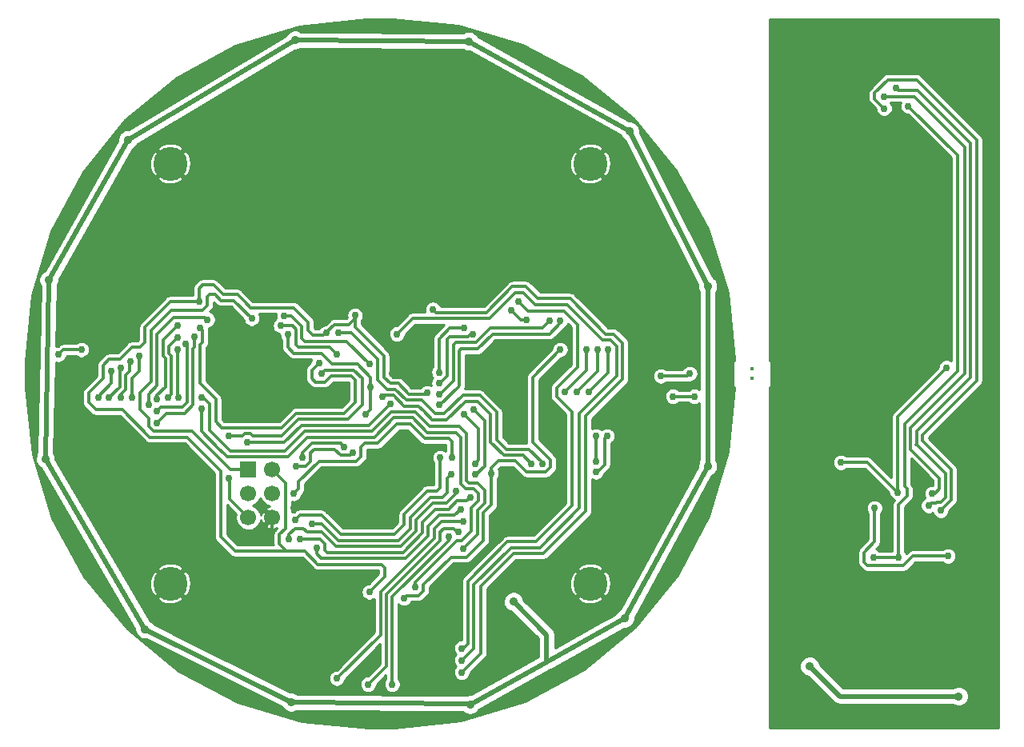
<source format=gbl>
G04 (created by PCBNEW (2013-07-07 BZR 4022)-stable) date 11/9/2013 6:13:16 PM*
%MOIN*%
G04 Gerber Fmt 3.4, Leading zero omitted, Abs format*
%FSLAX34Y34*%
G01*
G70*
G90*
G04 APERTURE LIST*
%ADD10C,0.006*%
%ADD11R,0.0669291X0.0669291*%
%ADD12C,0.0669291*%
%ADD13C,0.141732*%
%ADD14C,0.015*%
%ADD15C,0.0984252*%
%ADD16C,0.03*%
%ADD17C,0.035*%
%ADD18C,0.012*%
%ADD19C,0.02*%
%ADD20C,0.01*%
G04 APERTURE END LIST*
G54D10*
G54D11*
X9500Y11000D03*
G54D12*
X10500Y11000D03*
X9500Y10000D03*
X10500Y10000D03*
X9500Y9000D03*
X10500Y9000D03*
G54D13*
X23750Y23750D03*
X6250Y6250D03*
X23750Y6250D03*
X6250Y23750D03*
G54D14*
X30500Y14800D03*
X30500Y15200D03*
G54D15*
X31750Y29250D03*
X40250Y29250D03*
X31750Y750D03*
X40250Y750D03*
G54D16*
X8700Y10650D03*
X9450Y12125D03*
X15425Y13750D03*
X36500Y26900D03*
X37850Y9500D03*
X36000Y26550D03*
X38000Y10000D03*
X36000Y26050D03*
X38350Y9300D03*
X37900Y10450D03*
X37800Y20250D03*
X35600Y9900D03*
X34950Y5600D03*
X18400Y2550D03*
X17200Y17675D03*
X15700Y16650D03*
X18400Y3050D03*
X18400Y3550D03*
X20775Y18000D03*
X9650Y17300D03*
X13200Y15800D03*
X10850Y17000D03*
X11150Y16650D03*
X14400Y13300D03*
X14600Y14450D03*
X11000Y17400D03*
X14550Y15400D03*
X7800Y17250D03*
X5350Y13700D03*
X37000Y26150D03*
X36600Y7350D03*
X35550Y7350D03*
X13250Y16700D03*
X21750Y11250D03*
X15100Y14050D03*
X21300Y11250D03*
X38600Y15250D03*
X34200Y11300D03*
X36550Y10050D03*
G54D17*
X20550Y5500D03*
X11450Y28900D03*
X11300Y1300D03*
X5200Y4350D03*
X1050Y11450D03*
X1200Y18900D03*
X4500Y24750D03*
X18700Y28850D03*
X25400Y25100D03*
X28650Y18650D03*
X28650Y11150D03*
X25200Y4800D03*
X18750Y1200D03*
X39100Y1550D03*
X32900Y2800D03*
G54D16*
X10200Y8000D03*
X16350Y16700D03*
X8200Y17700D03*
X16400Y21850D03*
X20050Y21800D03*
X16550Y18300D03*
X12700Y17150D03*
X15500Y15000D03*
X9750Y16000D03*
X22550Y13300D03*
X12950Y14150D03*
X19100Y2050D03*
X16850Y3300D03*
X11400Y9400D03*
X21200Y10550D03*
X10050Y24100D03*
X22800Y16800D03*
X2000Y12500D03*
X27950Y17500D03*
X19800Y1100D03*
X10250Y16000D03*
X10250Y15500D03*
X9750Y15500D03*
X10250Y14000D03*
X9750Y14000D03*
X10250Y14500D03*
X9750Y14500D03*
X10250Y15000D03*
X9750Y15000D03*
X15250Y11000D03*
X14750Y11000D03*
X15250Y10500D03*
X14750Y10500D03*
X15250Y9000D03*
X14750Y9000D03*
X15250Y9500D03*
X14750Y9500D03*
X15250Y10000D03*
X14750Y10000D03*
X20250Y15500D03*
X19750Y15500D03*
X20250Y15000D03*
X19750Y15000D03*
X20250Y14500D03*
X19750Y14500D03*
X20250Y14000D03*
X19750Y14000D03*
X20250Y16000D03*
X19750Y16000D03*
X10550Y22650D03*
X17950Y10800D03*
X18950Y10800D03*
X18900Y13500D03*
X12150Y8750D03*
X35600Y9400D03*
X38650Y7400D03*
X4600Y15500D03*
X4200Y14000D03*
X6550Y16500D03*
X6150Y14000D03*
X6600Y14000D03*
X6550Y16000D03*
X1600Y15800D03*
X2550Y16000D03*
X4650Y14000D03*
X4950Y15750D03*
X4200Y15250D03*
X3700Y14000D03*
X3250Y14000D03*
X3800Y15100D03*
X24000Y10900D03*
X24450Y12400D03*
X11750Y11500D03*
X13500Y11950D03*
X7500Y16900D03*
X12450Y15450D03*
X8700Y12400D03*
X5700Y12950D03*
X7250Y16550D03*
X12550Y15000D03*
X6900Y16250D03*
X5700Y13450D03*
X6550Y17000D03*
X5700Y13950D03*
X16450Y6100D03*
X7550Y13550D03*
X18500Y16900D03*
X17450Y15050D03*
X17450Y14150D03*
X22050Y17200D03*
X23600Y16000D03*
X22700Y14250D03*
X13850Y11700D03*
X11500Y11150D03*
X23200Y14250D03*
X24050Y16000D03*
X23700Y14250D03*
X24500Y16000D03*
X27900Y15000D03*
X26700Y14900D03*
X18950Y11250D03*
X17500Y11500D03*
X11450Y8900D03*
X18500Y13300D03*
X15500Y2050D03*
X17850Y8200D03*
X18450Y8850D03*
X13200Y2300D03*
X18350Y9350D03*
X12350Y7750D03*
X18150Y10100D03*
X11200Y8100D03*
X18450Y7700D03*
X7550Y14000D03*
X21100Y17250D03*
X20450Y17650D03*
X18850Y16650D03*
X17450Y14600D03*
X17450Y13700D03*
X22500Y17200D03*
X28100Y14050D03*
X27200Y14050D03*
X24000Y12400D03*
X24000Y11350D03*
X11400Y10000D03*
X18000Y11500D03*
X18750Y9850D03*
X11650Y8100D03*
X18250Y8400D03*
X14500Y2050D03*
X16000Y5650D03*
X14550Y5900D03*
X16950Y14200D03*
X7450Y18000D03*
X22500Y16000D03*
X19625Y10850D03*
X13950Y17425D03*
X12775Y16700D03*
G54D18*
X8725Y9775D02*
X9500Y9000D01*
X8725Y10625D02*
X8725Y9775D01*
X8700Y10650D02*
X8725Y10625D01*
X11000Y12125D02*
X9450Y12125D01*
X11725Y12850D02*
X11000Y12125D01*
X14525Y12850D02*
X11725Y12850D01*
X15425Y13750D02*
X14525Y12850D01*
X38200Y9650D02*
X38350Y9650D01*
X38550Y10840D02*
X38350Y11040D01*
X38550Y9850D02*
X38550Y10840D01*
X38350Y9650D02*
X38550Y9850D01*
X38350Y11040D02*
X37350Y12040D01*
X37350Y12040D02*
X37340Y12040D01*
X37340Y12040D02*
X37350Y12040D01*
X36600Y26800D02*
X36500Y26900D01*
X37400Y26800D02*
X36600Y26800D01*
X39600Y24600D02*
X37400Y26800D01*
X39600Y14850D02*
X39600Y24600D01*
X37350Y12600D02*
X39600Y14850D01*
X37350Y12040D02*
X37350Y12600D01*
X38150Y9600D02*
X38200Y9650D01*
X37950Y9600D02*
X38150Y9600D01*
X37850Y9500D02*
X37950Y9600D01*
X38000Y10000D02*
X38109Y10000D01*
X38300Y10650D02*
X38000Y10950D01*
X38300Y10190D02*
X38300Y10650D01*
X38109Y10000D02*
X38300Y10190D01*
X38000Y10950D02*
X37100Y11850D01*
X37250Y26550D02*
X36000Y26550D01*
X39350Y24450D02*
X37250Y26550D01*
X39350Y15000D02*
X39350Y24450D01*
X37100Y12750D02*
X39350Y15000D01*
X37100Y11850D02*
X37100Y12750D01*
X38350Y9300D02*
X38800Y9750D01*
X37590Y12200D02*
X37590Y12209D01*
X38800Y10990D02*
X37590Y12200D01*
X38800Y9750D02*
X38800Y10990D01*
X37590Y12209D02*
X37600Y12200D01*
X35600Y26450D02*
X36000Y26050D01*
X35600Y26700D02*
X35600Y26450D01*
X36150Y27250D02*
X35600Y26700D01*
X37350Y27250D02*
X36150Y27250D01*
X39850Y24750D02*
X37350Y27250D01*
X39850Y14700D02*
X39850Y24750D01*
X37600Y12450D02*
X39850Y14700D01*
X37600Y12200D02*
X37600Y12450D01*
X18400Y2550D02*
X19200Y3350D01*
X19200Y5250D02*
X19200Y6150D01*
X19200Y5250D02*
X19200Y4650D01*
X21800Y7500D02*
X21700Y7500D01*
X23560Y9260D02*
X21800Y7500D01*
X23560Y12240D02*
X23560Y13220D01*
X25100Y14760D02*
X25100Y15020D01*
X23560Y13220D02*
X25100Y14760D01*
X23560Y12240D02*
X23560Y9950D01*
X25100Y16275D02*
X25100Y15020D01*
X24725Y16650D02*
X25100Y16275D01*
X24400Y16650D02*
X24725Y16650D01*
X22925Y18125D02*
X24400Y16650D01*
X21575Y18125D02*
X22925Y18125D01*
X21075Y18625D02*
X21575Y18125D01*
X20500Y18625D02*
X21075Y18625D01*
X19425Y17550D02*
X20500Y18625D01*
X17325Y17550D02*
X19425Y17550D01*
X17200Y17675D02*
X17325Y17550D01*
X23560Y9950D02*
X23560Y9260D01*
X19200Y4650D02*
X19200Y3450D01*
X19200Y6150D02*
X20550Y7500D01*
X20550Y7500D02*
X21700Y7500D01*
X19200Y3350D02*
X19200Y3450D01*
X16650Y17300D02*
X16350Y17300D01*
X16350Y17300D02*
X15700Y16650D01*
X21150Y7750D02*
X20450Y7750D01*
X18905Y6205D02*
X18905Y3545D01*
X20450Y7750D02*
X18905Y6205D01*
X18905Y3545D02*
X18404Y3045D01*
X23300Y9900D02*
X23300Y9400D01*
X21650Y7750D02*
X21150Y7750D01*
X23300Y9400D02*
X21650Y7750D01*
X24850Y15120D02*
X24850Y14890D01*
X23300Y13340D02*
X23300Y12760D01*
X24850Y14890D02*
X23300Y13340D01*
X24850Y15360D02*
X24850Y15120D01*
X23300Y12760D02*
X23300Y9900D01*
X24850Y15360D02*
X24850Y16150D01*
X24850Y16150D02*
X24600Y16400D01*
X24600Y16400D02*
X24275Y16400D01*
X24275Y16400D02*
X22800Y17875D01*
X22800Y17875D02*
X21450Y17875D01*
X21450Y17875D02*
X20950Y18375D01*
X20950Y18375D02*
X20625Y18375D01*
X20625Y18375D02*
X19550Y17300D01*
X19550Y17300D02*
X16650Y17300D01*
X18400Y3050D02*
X18404Y3045D01*
X18400Y3550D02*
X18450Y3550D01*
X18650Y5300D02*
X18650Y6350D01*
X20300Y8000D02*
X21000Y8000D01*
X18650Y6350D02*
X20300Y8000D01*
X18650Y3750D02*
X18650Y4550D01*
X18450Y3550D02*
X18650Y3750D01*
X22355Y14045D02*
X23000Y13400D01*
X18650Y5300D02*
X18650Y4550D01*
X21500Y8000D02*
X21000Y8000D01*
X23000Y9500D02*
X21500Y8000D01*
X22355Y14405D02*
X22355Y14045D01*
X20775Y18000D02*
X21175Y17600D01*
X21175Y17600D02*
X22675Y17600D01*
X22675Y17600D02*
X22900Y17375D01*
X22355Y14405D02*
X23225Y15275D01*
X23225Y15275D02*
X23225Y17050D01*
X23225Y17050D02*
X22900Y17375D01*
X23000Y9500D02*
X23000Y13400D01*
X12800Y16100D02*
X11600Y16100D01*
X11500Y16200D02*
X11500Y16850D01*
X11600Y16100D02*
X11500Y16200D01*
X13200Y15800D02*
X12900Y16100D01*
X12900Y16100D02*
X12800Y16100D01*
X11500Y16850D02*
X11350Y17000D01*
X11350Y17000D02*
X10850Y17000D01*
X6950Y17650D02*
X7600Y17650D01*
X6950Y17650D02*
X6300Y17650D01*
X6300Y17650D02*
X5459Y16809D01*
X5459Y16809D02*
X5459Y14659D01*
X5459Y14659D02*
X5000Y14200D01*
X5000Y14200D02*
X5000Y13500D01*
X5000Y13500D02*
X5350Y13150D01*
X5350Y13150D02*
X5350Y12800D01*
X5350Y12800D02*
X5550Y12600D01*
X5550Y12600D02*
X7150Y12600D01*
X7150Y12600D02*
X8750Y11000D01*
X8750Y11000D02*
X9500Y11000D01*
X7600Y17650D02*
X7800Y17850D01*
X7800Y17850D02*
X7800Y18200D01*
X7800Y18200D02*
X7900Y18300D01*
X7900Y18300D02*
X8110Y18300D01*
X8110Y18300D02*
X8360Y18050D01*
X8360Y18050D02*
X8900Y18050D01*
X8900Y18050D02*
X9650Y17300D01*
X12300Y15850D02*
X11400Y15850D01*
X11150Y16100D02*
X11150Y16650D01*
X11400Y15850D02*
X11150Y16100D01*
X14600Y13500D02*
X14600Y14450D01*
X14400Y13300D02*
X14600Y13500D01*
X14600Y14450D02*
X14600Y14850D01*
X14600Y14850D02*
X14050Y15400D01*
X14050Y15400D02*
X13000Y15400D01*
X13000Y15400D02*
X12550Y15850D01*
X12550Y15850D02*
X12300Y15850D01*
X12950Y16350D02*
X11850Y16350D01*
X11740Y16459D02*
X11740Y16959D01*
X11850Y16350D02*
X11740Y16459D01*
X11300Y17400D02*
X11000Y17400D01*
X11740Y16959D02*
X11300Y17400D01*
X13600Y16350D02*
X12950Y16350D01*
X14550Y15400D02*
X13600Y16350D01*
X7700Y17350D02*
X7800Y17250D01*
X6400Y17350D02*
X7700Y17350D01*
X5700Y16650D02*
X6400Y17350D01*
X5700Y14500D02*
X5700Y16650D01*
X5350Y14150D02*
X5700Y14500D01*
X5350Y13700D02*
X5350Y14150D01*
X36850Y10750D02*
X36850Y10300D01*
X36600Y9550D02*
X36600Y8650D01*
X36950Y9900D02*
X36600Y9550D01*
X36950Y10200D02*
X36950Y9900D01*
X36850Y10300D02*
X36950Y10200D01*
X36600Y7350D02*
X36600Y8650D01*
X36850Y10750D02*
X36850Y12900D01*
X36850Y12900D02*
X39050Y15100D01*
X39050Y15100D02*
X39050Y24100D01*
X39050Y24100D02*
X37000Y26150D01*
X35550Y7350D02*
X36600Y7350D01*
X14900Y15050D02*
X14900Y14750D01*
X15300Y14350D02*
X15639Y14350D01*
X14900Y14750D02*
X15300Y14350D01*
X16734Y13890D02*
X17050Y13575D01*
X16099Y13890D02*
X16734Y13890D01*
X15639Y14350D02*
X16099Y13890D01*
X17305Y13319D02*
X17669Y13319D01*
X17050Y13575D02*
X17305Y13319D01*
X14900Y15150D02*
X14900Y15050D01*
X17669Y13319D02*
X17675Y13325D01*
X18450Y14100D02*
X17675Y13325D01*
X19150Y14100D02*
X18450Y14100D01*
X19850Y13400D02*
X19150Y14100D01*
X19850Y12250D02*
X19850Y13400D01*
X20250Y11850D02*
X19850Y12250D01*
X21200Y11850D02*
X20250Y11850D01*
X13800Y16700D02*
X13250Y16700D01*
X14900Y15600D02*
X13800Y16700D01*
X14900Y15150D02*
X14900Y15600D01*
X21750Y11250D02*
X21750Y11300D01*
X21750Y11300D02*
X21200Y11850D01*
X15150Y14100D02*
X15400Y14100D01*
X15100Y14050D02*
X15150Y14100D01*
X16600Y13650D02*
X16809Y13440D01*
X16000Y13650D02*
X16600Y13650D01*
X15550Y14100D02*
X16000Y13650D01*
X15400Y14100D02*
X15550Y14100D01*
X17175Y13075D02*
X17775Y13075D01*
X16809Y13440D02*
X17175Y13075D01*
X17775Y13075D02*
X18550Y13850D01*
X18550Y13850D02*
X19050Y13850D01*
X19600Y13300D02*
X19050Y13850D01*
X19600Y12150D02*
X19600Y13300D01*
X20150Y11600D02*
X19600Y12150D01*
X20950Y11600D02*
X20150Y11600D01*
X21300Y11250D02*
X20950Y11600D01*
X36550Y10050D02*
X36550Y13200D01*
X36550Y13200D02*
X38600Y15250D01*
X35300Y11300D02*
X34200Y11300D01*
X36550Y10050D02*
X35300Y11300D01*
G54D19*
X21939Y2979D02*
X21939Y4110D01*
X21939Y4110D02*
X20550Y5500D01*
X11300Y1300D02*
X5200Y4350D01*
X1050Y11450D02*
X5200Y4350D01*
X1200Y18900D02*
X1050Y11450D01*
X4500Y24750D02*
X1200Y18900D01*
X11450Y28900D02*
X4500Y24750D01*
X18700Y28850D02*
X11450Y28900D01*
X25400Y25100D02*
X18700Y28850D01*
X28650Y18650D02*
X25400Y25100D01*
X28650Y11150D02*
X28650Y18650D01*
X25200Y4800D02*
X28650Y11150D01*
X18750Y1200D02*
X21939Y2979D01*
X21939Y2979D02*
X25200Y4800D01*
X11300Y1300D02*
X18700Y1250D01*
X18700Y1250D02*
X18750Y1200D01*
X34150Y1550D02*
X39100Y1550D01*
X32900Y2800D02*
X34150Y1550D01*
G54D18*
X10500Y9000D02*
X10500Y8300D01*
X10500Y8300D02*
X10200Y8000D01*
X15500Y15000D02*
X15500Y15850D01*
X15500Y15850D02*
X16350Y16700D01*
X9750Y16000D02*
X9750Y16100D01*
X8200Y17650D02*
X8200Y17700D01*
X9750Y16100D02*
X8200Y17650D01*
X12150Y8750D02*
X12550Y8750D01*
X17800Y10650D02*
X17950Y10800D01*
X17800Y10050D02*
X17800Y10650D01*
X17600Y9850D02*
X17800Y10050D01*
X17100Y9850D02*
X17600Y9850D01*
X16250Y9000D02*
X17100Y9850D01*
X16250Y8550D02*
X16250Y9000D01*
X15750Y8050D02*
X16250Y8550D01*
X13250Y8050D02*
X15750Y8050D01*
X12550Y8750D02*
X13250Y8050D01*
X19350Y11150D02*
X19000Y10800D01*
X18900Y13500D02*
X19350Y13050D01*
X19350Y13050D02*
X19350Y11150D01*
X19000Y10800D02*
X18950Y10800D01*
X35600Y9400D02*
X35600Y8000D01*
X37200Y7400D02*
X38650Y7400D01*
X36800Y7000D02*
X37200Y7400D01*
X35300Y7000D02*
X36800Y7000D01*
X35150Y7150D02*
X35300Y7000D01*
X35150Y7550D02*
X35150Y7150D01*
X35600Y8000D02*
X35150Y7550D01*
X4600Y15500D02*
X4550Y15450D01*
X4550Y15450D02*
X4550Y15100D01*
X4550Y15100D02*
X4400Y14950D01*
X4400Y14950D02*
X4400Y14350D01*
X4400Y14350D02*
X4200Y14150D01*
X4200Y14150D02*
X4200Y14000D01*
X6300Y14300D02*
X6300Y15750D01*
X6300Y15750D02*
X6200Y15850D01*
X6200Y15850D02*
X6200Y16150D01*
X6200Y16150D02*
X6550Y16500D01*
X6300Y14150D02*
X6300Y14300D01*
X6150Y14000D02*
X6300Y14150D01*
X6600Y14000D02*
X6550Y14050D01*
X6550Y14050D02*
X6550Y14500D01*
X6550Y14050D02*
X6550Y14500D01*
X6550Y14500D02*
X6550Y16000D01*
X1600Y15800D02*
X1800Y16000D01*
X1800Y16000D02*
X2550Y16000D01*
X4650Y14800D02*
X4650Y14000D01*
X4950Y15100D02*
X4650Y14800D01*
X4950Y15750D02*
X4950Y15100D01*
X4200Y15250D02*
X4150Y15200D01*
X4150Y15200D02*
X4150Y14450D01*
X4150Y14450D02*
X3700Y14000D01*
X3800Y15100D02*
X3800Y14600D01*
X3250Y14050D02*
X3250Y14000D01*
X3800Y14600D02*
X3250Y14050D01*
X24050Y10900D02*
X24000Y10900D01*
X24350Y11200D02*
X24050Y10900D01*
X24350Y12300D02*
X24350Y11200D01*
X24450Y12400D02*
X24350Y12300D01*
X11750Y11500D02*
X11750Y11700D01*
X13350Y12100D02*
X13500Y11950D01*
X12150Y12100D02*
X13350Y12100D01*
X11750Y11700D02*
X12150Y12100D01*
X12350Y14650D02*
X12700Y14650D01*
X13500Y13350D02*
X12950Y13350D01*
X13950Y13800D02*
X13500Y13350D01*
X13950Y14750D02*
X13950Y13800D01*
X13800Y14900D02*
X13950Y14750D01*
X12950Y14900D02*
X13800Y14900D01*
X12700Y14650D02*
X12950Y14900D01*
X12450Y15450D02*
X12150Y15150D01*
X12950Y13350D02*
X11500Y13350D01*
X10900Y12750D02*
X11500Y13350D01*
X7600Y16300D02*
X7600Y16800D01*
X7500Y16200D02*
X7600Y16300D01*
X7500Y14600D02*
X7500Y16200D01*
X8150Y13950D02*
X7500Y14600D01*
X8150Y12990D02*
X8150Y13950D01*
X8390Y12750D02*
X8150Y12990D01*
X10500Y12750D02*
X8390Y12750D01*
X7600Y16800D02*
X7500Y16900D01*
X10500Y12750D02*
X10900Y12750D01*
X12300Y14650D02*
X12350Y14650D01*
X12150Y14800D02*
X12300Y14650D01*
X12150Y15150D02*
X12150Y14800D01*
X12450Y13100D02*
X13650Y13100D01*
X12700Y15150D02*
X12550Y15000D01*
X13900Y15150D02*
X12700Y15150D01*
X14250Y14800D02*
X13900Y15150D01*
X14250Y13700D02*
X14250Y14800D01*
X13650Y13100D02*
X14250Y13700D01*
X12450Y13100D02*
X11600Y13100D01*
X10550Y12400D02*
X10900Y12400D01*
X7250Y16100D02*
X7250Y16550D01*
X7200Y16050D02*
X7250Y16100D01*
X7200Y13700D02*
X7200Y16050D01*
X6850Y13350D02*
X7200Y13700D01*
X6100Y13350D02*
X6850Y13350D01*
X5700Y12950D02*
X6100Y13350D01*
X9250Y12400D02*
X9350Y12500D01*
X9350Y12500D02*
X9600Y12500D01*
X9600Y12500D02*
X9700Y12400D01*
X9700Y12400D02*
X10550Y12400D01*
X8700Y12400D02*
X9250Y12400D01*
X10900Y12400D02*
X11600Y13100D01*
X6950Y16200D02*
X6900Y16250D01*
X6950Y13800D02*
X6950Y16200D01*
X6750Y13600D02*
X6950Y13800D01*
X5850Y13600D02*
X6750Y13600D01*
X5700Y13450D02*
X5850Y13600D01*
X5950Y16400D02*
X6550Y17000D01*
X5950Y15750D02*
X5950Y16400D01*
X6050Y15650D02*
X5950Y15750D01*
X6050Y14450D02*
X6050Y15650D01*
X5700Y14100D02*
X6050Y14450D01*
X5700Y14000D02*
X5700Y14100D01*
X5700Y13950D02*
X5700Y14000D01*
X18200Y8050D02*
X18400Y8050D01*
X19100Y10000D02*
X18900Y10200D01*
X19100Y9700D02*
X19100Y10000D01*
X18800Y9400D02*
X19100Y9700D01*
X18800Y8450D02*
X18800Y9400D01*
X18400Y8050D02*
X18800Y8450D01*
X18350Y10850D02*
X18350Y12350D01*
X14750Y12350D02*
X13900Y12350D01*
X15559Y13159D02*
X14750Y12350D01*
X16350Y13159D02*
X15559Y13159D01*
X16960Y12550D02*
X16350Y13159D01*
X18150Y12550D02*
X16960Y12550D01*
X18350Y12350D02*
X18150Y12550D01*
X16450Y6100D02*
X16450Y6300D01*
X18550Y10200D02*
X18350Y10400D01*
X18900Y10200D02*
X18550Y10200D01*
X18350Y10850D02*
X18350Y10400D01*
X12200Y12350D02*
X11975Y12350D01*
X8625Y11525D02*
X8450Y11700D01*
X11150Y11525D02*
X8625Y11525D01*
X11975Y12350D02*
X11150Y11525D01*
X8450Y11700D02*
X8300Y11850D01*
X8300Y11850D02*
X7550Y12600D01*
X7550Y12600D02*
X7550Y13350D01*
X7550Y13550D02*
X7550Y13350D01*
X13500Y12350D02*
X12200Y12350D01*
X13900Y12350D02*
X13500Y12350D01*
X16450Y6300D02*
X18200Y8050D01*
X17450Y15050D02*
X17450Y16450D01*
X17450Y16450D02*
X17900Y16900D01*
X18500Y16900D02*
X17900Y16900D01*
X18850Y16300D02*
X18150Y16300D01*
X18050Y14700D02*
X18000Y14650D01*
X18050Y16200D02*
X18050Y14700D01*
X18150Y16300D02*
X18050Y16200D01*
X17500Y14150D02*
X18000Y14650D01*
X17450Y14150D02*
X17500Y14150D01*
X21750Y16900D02*
X22050Y17200D01*
X19600Y16900D02*
X21750Y16900D01*
X19000Y16300D02*
X19600Y16900D01*
X18850Y16300D02*
X19000Y16300D01*
X23600Y15150D02*
X23600Y16000D01*
X22700Y14250D02*
X23600Y15150D01*
X11500Y11150D02*
X11900Y11150D01*
X13100Y11850D02*
X13350Y11600D01*
X12250Y11850D02*
X13100Y11850D01*
X12100Y11700D02*
X12250Y11850D01*
X12100Y11350D02*
X12100Y11700D01*
X11900Y11150D02*
X12100Y11350D01*
X13350Y11600D02*
X13750Y11600D01*
X13750Y11600D02*
X13850Y11700D01*
X23200Y14250D02*
X24050Y15100D01*
X24050Y15100D02*
X24050Y16000D01*
X24500Y15050D02*
X23700Y14250D01*
X24500Y16000D02*
X24500Y15050D01*
X26700Y14900D02*
X27800Y14900D01*
X27800Y14900D02*
X27900Y15000D01*
X12200Y9100D02*
X12550Y9100D01*
X17500Y10250D02*
X17500Y11500D01*
X17350Y10100D02*
X17500Y10250D01*
X16950Y10100D02*
X17350Y10100D01*
X16000Y9150D02*
X16950Y10100D01*
X16000Y8700D02*
X16000Y9150D01*
X15600Y8300D02*
X16000Y8700D01*
X13350Y8300D02*
X15600Y8300D01*
X12550Y9100D02*
X13350Y8300D01*
X12200Y9100D02*
X11650Y9100D01*
X11650Y9100D02*
X11450Y8900D01*
X18500Y13300D02*
X19100Y12700D01*
X19100Y12700D02*
X19100Y11400D01*
X19100Y11400D02*
X18950Y11250D01*
X15500Y2700D02*
X15500Y2050D01*
X17850Y8200D02*
X17850Y8050D01*
X15500Y5700D02*
X15500Y2700D01*
X17850Y8050D02*
X15500Y5700D01*
X18450Y8850D02*
X17550Y8850D01*
X15009Y4109D02*
X13200Y2300D01*
X15009Y5909D02*
X15009Y4109D01*
X17250Y8150D02*
X15009Y5909D01*
X17250Y8550D02*
X17250Y8150D01*
X17550Y8850D02*
X17250Y8550D01*
X12350Y7750D02*
X12350Y7490D01*
X17000Y8250D02*
X17000Y8650D01*
X16050Y7300D02*
X17000Y8250D01*
X12540Y7300D02*
X16050Y7300D01*
X12350Y7490D02*
X12540Y7300D01*
X17000Y8650D02*
X17450Y9100D01*
X18100Y9100D02*
X18350Y9350D01*
X17450Y9100D02*
X18100Y9100D01*
X12050Y8400D02*
X12550Y8400D01*
X18150Y10000D02*
X18150Y10100D01*
X17750Y9600D02*
X18150Y10000D01*
X17200Y9600D02*
X17750Y9600D01*
X16500Y8900D02*
X17200Y9600D01*
X16500Y8450D02*
X16500Y8900D01*
X15850Y7800D02*
X16500Y8450D01*
X13150Y7800D02*
X15850Y7800D01*
X12550Y8400D02*
X13150Y7800D01*
X12050Y8400D02*
X11950Y8400D01*
X11950Y8400D02*
X11800Y8550D01*
X11800Y8550D02*
X11450Y8550D01*
X11450Y8550D02*
X11200Y8300D01*
X11200Y8100D02*
X11200Y8300D01*
X11200Y8150D02*
X11200Y8100D01*
X18800Y10450D02*
X19050Y10450D01*
X19050Y8300D02*
X18450Y7700D01*
X19050Y9300D02*
X19050Y8300D01*
X19350Y9600D02*
X19050Y9300D01*
X19350Y10150D02*
X19350Y9600D01*
X19050Y10450D02*
X19350Y10150D01*
X13750Y12600D02*
X14650Y12600D01*
X18600Y12500D02*
X18600Y11500D01*
X18300Y12800D02*
X18600Y12500D01*
X17050Y12800D02*
X18300Y12800D01*
X16450Y13400D02*
X17050Y12800D01*
X15450Y13400D02*
X16450Y13400D01*
X14650Y12600D02*
X15450Y13400D01*
X18600Y10540D02*
X18690Y10450D01*
X18600Y11400D02*
X18600Y10540D01*
X18600Y11400D02*
X18600Y11500D01*
X18800Y10450D02*
X18690Y10450D01*
X7900Y13725D02*
X7900Y12625D01*
X7900Y12625D02*
X8750Y11775D01*
X8750Y11775D02*
X11025Y11775D01*
X12250Y12600D02*
X11850Y12600D01*
X11850Y12600D02*
X11025Y11775D01*
X13750Y12600D02*
X13600Y12600D01*
X13600Y12600D02*
X12250Y12600D01*
X7550Y14000D02*
X7625Y14000D01*
X7625Y14000D02*
X7900Y13725D01*
X20850Y17250D02*
X21100Y17250D01*
X20450Y17650D02*
X20850Y17250D01*
X17800Y15050D02*
X17800Y16450D01*
X17800Y16450D02*
X17900Y16550D01*
X18850Y16650D02*
X18750Y16650D01*
X18650Y16550D02*
X17900Y16550D01*
X18750Y16650D02*
X18650Y16550D01*
X17800Y15050D02*
X17800Y14900D01*
X17500Y14600D02*
X17800Y14900D01*
X17450Y14600D02*
X17500Y14600D01*
X19069Y16030D02*
X18370Y16030D01*
X18290Y14490D02*
X18250Y14450D01*
X18290Y15950D02*
X18290Y14490D01*
X18370Y16030D02*
X18290Y15950D01*
X17500Y13700D02*
X18250Y14450D01*
X17450Y13700D02*
X17500Y13700D01*
X22500Y17100D02*
X22500Y17200D01*
X22050Y16650D02*
X22500Y17100D01*
X19689Y16650D02*
X22050Y16650D01*
X19069Y16030D02*
X19689Y16650D01*
X27200Y14050D02*
X28100Y14050D01*
X24000Y12400D02*
X24000Y11350D01*
X11600Y10200D02*
X11600Y10500D01*
X11400Y10000D02*
X11600Y10200D01*
X18000Y11500D02*
X18000Y12159D01*
X14200Y11950D02*
X14200Y11550D01*
X14350Y12100D02*
X14200Y11950D01*
X14900Y12100D02*
X14350Y12100D01*
X15705Y12905D02*
X14900Y12100D01*
X16244Y12905D02*
X15705Y12905D01*
X16850Y12300D02*
X16244Y12905D01*
X17859Y12300D02*
X16850Y12300D01*
X18000Y12159D02*
X17859Y12300D01*
X12450Y11350D02*
X12900Y11350D01*
X11600Y10500D02*
X12450Y11350D01*
X13450Y11350D02*
X14000Y11350D01*
X14000Y11350D02*
X14200Y11550D01*
X12900Y11350D02*
X13450Y11350D01*
X11650Y8100D02*
X12500Y8100D01*
X18600Y9700D02*
X18750Y9850D01*
X18200Y9700D02*
X18600Y9700D01*
X17850Y9350D02*
X18200Y9700D01*
X17300Y9350D02*
X17850Y9350D01*
X16759Y8809D02*
X17300Y9350D01*
X16759Y8359D02*
X16759Y8809D01*
X15950Y7550D02*
X16759Y8359D01*
X12800Y7550D02*
X15950Y7550D01*
X12700Y7650D02*
X12800Y7550D01*
X12700Y7900D02*
X12700Y7650D01*
X12500Y8100D02*
X12700Y7900D01*
X15250Y2900D02*
X15250Y2800D01*
X15250Y2800D02*
X15150Y2700D01*
X18200Y8400D02*
X18050Y8550D01*
X18050Y8550D02*
X17650Y8550D01*
X17650Y8550D02*
X17500Y8400D01*
X17500Y8400D02*
X17500Y8050D01*
X17500Y8050D02*
X15250Y5800D01*
X15250Y5800D02*
X15250Y2900D01*
X18250Y8400D02*
X18200Y8400D01*
X15150Y2700D02*
X14500Y2050D01*
X18150Y7350D02*
X18600Y7350D01*
X19625Y9525D02*
X19625Y10850D01*
X19300Y9200D02*
X19625Y9525D01*
X19300Y8050D02*
X19300Y9200D01*
X18600Y7350D02*
X19300Y8050D01*
X8350Y9250D02*
X8350Y8200D01*
X8950Y7600D02*
X11100Y7600D01*
X8350Y8200D02*
X8950Y7600D01*
X21350Y12150D02*
X21350Y14850D01*
X21350Y14850D02*
X22500Y16000D01*
X13950Y17425D02*
X13950Y17300D01*
X12775Y16725D02*
X12775Y16700D01*
X13100Y17050D02*
X12775Y16725D01*
X13700Y17050D02*
X13100Y17050D01*
X13950Y17300D02*
X13700Y17050D01*
X12775Y16700D02*
X12709Y16700D01*
X11800Y17350D02*
X11400Y17750D01*
X11400Y17750D02*
X9600Y17750D01*
X9600Y17750D02*
X9350Y18000D01*
X7450Y18550D02*
X7600Y18700D01*
X7600Y18700D02*
X8050Y18700D01*
X8050Y18700D02*
X8450Y18300D01*
X8450Y18300D02*
X9050Y18300D01*
X9050Y18300D02*
X9350Y18000D01*
X7450Y18000D02*
X7450Y18550D01*
X12050Y16750D02*
X12000Y16800D01*
X12000Y16800D02*
X12000Y17150D01*
X12000Y17150D02*
X11800Y17350D01*
X12709Y16700D02*
X12609Y16600D01*
X12609Y16600D02*
X12200Y16600D01*
X12200Y16600D02*
X12050Y16750D01*
X15150Y14850D02*
X15150Y15300D01*
X15409Y14590D02*
X15150Y14850D01*
X15759Y14590D02*
X15409Y14590D01*
X16200Y14150D02*
X15759Y14590D01*
X16900Y14150D02*
X16200Y14150D01*
X16950Y14200D02*
X16900Y14150D01*
X13950Y16950D02*
X13950Y17425D01*
X15150Y15300D02*
X15150Y15750D01*
X15150Y15750D02*
X13950Y16950D01*
X8350Y9250D02*
X8350Y10950D01*
X8350Y10950D02*
X6950Y12350D01*
X6950Y12350D02*
X5400Y12350D01*
X5400Y12350D02*
X4250Y13500D01*
X4250Y13500D02*
X3150Y13500D01*
X3150Y13500D02*
X2850Y13800D01*
X2850Y13800D02*
X2850Y14200D01*
X2850Y14200D02*
X3450Y14800D01*
X3450Y14800D02*
X3450Y15350D01*
X3450Y15350D02*
X3700Y15600D01*
X3700Y15600D02*
X4150Y15600D01*
X4150Y15600D02*
X4650Y16100D01*
X4650Y16100D02*
X5000Y16100D01*
X5000Y16100D02*
X5200Y16300D01*
X5200Y16300D02*
X5200Y16950D01*
X5200Y16950D02*
X6250Y18000D01*
X6250Y18000D02*
X7450Y18000D01*
X11050Y9400D02*
X11050Y10450D01*
X18150Y7350D02*
X17950Y7350D01*
X17950Y7350D02*
X16800Y6200D01*
X16800Y6200D02*
X16800Y5950D01*
X16800Y5950D02*
X16600Y5750D01*
X16600Y5750D02*
X16100Y5750D01*
X16100Y5750D02*
X16000Y5650D01*
X11850Y7600D02*
X11100Y7600D01*
X12400Y7050D02*
X11850Y7600D01*
X15050Y7050D02*
X12400Y7050D01*
X15200Y6900D02*
X15050Y7050D01*
X15200Y6550D02*
X15200Y6900D01*
X14550Y5900D02*
X15200Y6550D01*
X11100Y7600D02*
X10800Y7900D01*
X10800Y7900D02*
X10800Y8300D01*
X10800Y8300D02*
X11050Y8550D01*
X11050Y8550D02*
X11050Y9400D01*
X11050Y10450D02*
X10500Y11000D01*
X19625Y10850D02*
X19625Y11075D01*
X19625Y11075D02*
X19909Y11359D01*
X19909Y11359D02*
X20640Y11359D01*
X20640Y11359D02*
X21100Y10900D01*
X21100Y10900D02*
X21900Y10900D01*
X21900Y10900D02*
X22100Y11100D01*
X22100Y11100D02*
X22100Y11400D01*
X22100Y11400D02*
X21350Y12150D01*
G54D10*
G36*
X10683Y8551D02*
X10616Y8483D01*
X10600Y8465D01*
X10585Y8446D01*
X10584Y8445D01*
X10583Y8444D01*
X10572Y8423D01*
X10561Y8402D01*
X10560Y8401D01*
X10559Y8399D01*
X10552Y8376D01*
X10545Y8354D01*
X10545Y8352D01*
X10545Y8351D01*
X10542Y8327D01*
X10540Y8303D01*
X10540Y8300D01*
X10540Y8300D01*
X10540Y8300D01*
X10540Y8300D01*
X10540Y7900D01*
X10542Y7876D01*
X10543Y7860D01*
X9057Y7860D01*
X8610Y8307D01*
X8610Y9250D01*
X8610Y9522D01*
X8984Y9147D01*
X8966Y9059D01*
X8964Y8955D01*
X8983Y8851D01*
X9022Y8754D01*
X9078Y8666D01*
X9151Y8590D01*
X9237Y8531D01*
X9333Y8489D01*
X9436Y8466D01*
X9541Y8464D01*
X9644Y8482D01*
X9742Y8520D01*
X9830Y8576D01*
X9906Y8648D01*
X9967Y8734D01*
X10009Y8830D01*
X10025Y8898D01*
X10028Y8876D01*
X10061Y8787D01*
X10078Y8755D01*
X10148Y8719D01*
X10429Y9000D01*
X10148Y9280D01*
X10078Y9244D01*
X10039Y9157D01*
X10025Y9099D01*
X10014Y9155D01*
X9974Y9252D01*
X9916Y9339D01*
X9842Y9413D01*
X9755Y9472D01*
X9689Y9500D01*
X9742Y9520D01*
X9830Y9576D01*
X9906Y9648D01*
X9967Y9734D01*
X10000Y9809D01*
X10022Y9754D01*
X10078Y9666D01*
X10151Y9590D01*
X10237Y9531D01*
X10333Y9489D01*
X10399Y9474D01*
X10376Y9471D01*
X10287Y9438D01*
X10255Y9421D01*
X10219Y9351D01*
X10500Y9070D01*
X10505Y9076D01*
X10576Y9005D01*
X10570Y9000D01*
X10576Y8994D01*
X10505Y8923D01*
X10500Y8929D01*
X10219Y8648D01*
X10255Y8578D01*
X10342Y8539D01*
X10434Y8517D01*
X10529Y8513D01*
X10623Y8528D01*
X10683Y8551D01*
X10683Y8551D01*
G37*
G54D20*
X10683Y8551D02*
X10616Y8483D01*
X10600Y8465D01*
X10585Y8446D01*
X10584Y8445D01*
X10583Y8444D01*
X10572Y8423D01*
X10561Y8402D01*
X10560Y8401D01*
X10559Y8399D01*
X10552Y8376D01*
X10545Y8354D01*
X10545Y8352D01*
X10545Y8351D01*
X10542Y8327D01*
X10540Y8303D01*
X10540Y8300D01*
X10540Y8300D01*
X10540Y8300D01*
X10540Y8300D01*
X10540Y7900D01*
X10542Y7876D01*
X10543Y7860D01*
X9057Y7860D01*
X8610Y8307D01*
X8610Y9250D01*
X8610Y9522D01*
X8984Y9147D01*
X8966Y9059D01*
X8964Y8955D01*
X8983Y8851D01*
X9022Y8754D01*
X9078Y8666D01*
X9151Y8590D01*
X9237Y8531D01*
X9333Y8489D01*
X9436Y8466D01*
X9541Y8464D01*
X9644Y8482D01*
X9742Y8520D01*
X9830Y8576D01*
X9906Y8648D01*
X9967Y8734D01*
X10009Y8830D01*
X10025Y8898D01*
X10028Y8876D01*
X10061Y8787D01*
X10078Y8755D01*
X10148Y8719D01*
X10429Y9000D01*
X10148Y9280D01*
X10078Y9244D01*
X10039Y9157D01*
X10025Y9099D01*
X10014Y9155D01*
X9974Y9252D01*
X9916Y9339D01*
X9842Y9413D01*
X9755Y9472D01*
X9689Y9500D01*
X9742Y9520D01*
X9830Y9576D01*
X9906Y9648D01*
X9967Y9734D01*
X10000Y9809D01*
X10022Y9754D01*
X10078Y9666D01*
X10151Y9590D01*
X10237Y9531D01*
X10333Y9489D01*
X10399Y9474D01*
X10376Y9471D01*
X10287Y9438D01*
X10255Y9421D01*
X10219Y9351D01*
X10500Y9070D01*
X10505Y9076D01*
X10576Y9005D01*
X10570Y9000D01*
X10576Y8994D01*
X10505Y8923D01*
X10500Y8929D01*
X10219Y8648D01*
X10255Y8578D01*
X10342Y8539D01*
X10434Y8517D01*
X10529Y8513D01*
X10623Y8528D01*
X10683Y8551D01*
G54D10*
G36*
X13690Y13907D02*
X13392Y13610D01*
X12950Y13610D01*
X11500Y13610D01*
X11476Y13607D01*
X11452Y13605D01*
X11450Y13605D01*
X11449Y13605D01*
X11426Y13598D01*
X11403Y13591D01*
X11402Y13590D01*
X11400Y13590D01*
X11379Y13579D01*
X11358Y13568D01*
X11357Y13567D01*
X11356Y13566D01*
X11337Y13551D01*
X11318Y13536D01*
X11316Y13534D01*
X11316Y13534D01*
X11316Y13534D01*
X11316Y13533D01*
X10792Y13010D01*
X10500Y13010D01*
X8497Y13010D01*
X8410Y13097D01*
X8410Y13950D01*
X8407Y13973D01*
X8405Y13997D01*
X8405Y13999D01*
X8405Y14000D01*
X8398Y14023D01*
X8391Y14046D01*
X8390Y14047D01*
X8390Y14049D01*
X8379Y14070D01*
X8368Y14091D01*
X8367Y14092D01*
X8366Y14093D01*
X8351Y14112D01*
X8336Y14131D01*
X8334Y14133D01*
X8334Y14133D01*
X8334Y14133D01*
X8333Y14133D01*
X7760Y14707D01*
X7760Y16092D01*
X7783Y16116D01*
X7799Y16134D01*
X7814Y16153D01*
X7815Y16154D01*
X7816Y16155D01*
X7827Y16176D01*
X7838Y16197D01*
X7839Y16198D01*
X7840Y16200D01*
X7847Y16223D01*
X7854Y16245D01*
X7854Y16247D01*
X7854Y16248D01*
X7857Y16272D01*
X7859Y16296D01*
X7859Y16299D01*
X7859Y16299D01*
X7859Y16299D01*
X7860Y16300D01*
X7860Y16800D01*
X7857Y16823D01*
X7855Y16847D01*
X7855Y16849D01*
X7855Y16850D01*
X7849Y16870D01*
X7849Y16903D01*
X7894Y16911D01*
X7958Y16936D01*
X8016Y16972D01*
X8066Y17020D01*
X8105Y17076D01*
X8133Y17138D01*
X8148Y17205D01*
X8150Y17284D01*
X8136Y17351D01*
X8110Y17415D01*
X8072Y17472D01*
X8024Y17520D01*
X7967Y17559D01*
X7903Y17585D01*
X7903Y17586D01*
X7983Y17666D01*
X7999Y17684D01*
X8014Y17703D01*
X8015Y17704D01*
X8016Y17705D01*
X8027Y17726D01*
X8038Y17747D01*
X8039Y17748D01*
X8040Y17750D01*
X8047Y17773D01*
X8054Y17795D01*
X8054Y17797D01*
X8054Y17798D01*
X8057Y17822D01*
X8059Y17846D01*
X8059Y17849D01*
X8059Y17849D01*
X8059Y17849D01*
X8060Y17850D01*
X8060Y17982D01*
X8176Y17866D01*
X8195Y17850D01*
X8213Y17835D01*
X8214Y17834D01*
X8215Y17833D01*
X8237Y17822D01*
X8258Y17811D01*
X8259Y17810D01*
X8260Y17809D01*
X8283Y17802D01*
X8306Y17795D01*
X8307Y17795D01*
X8309Y17795D01*
X8333Y17792D01*
X8356Y17790D01*
X8359Y17790D01*
X8359Y17790D01*
X8359Y17790D01*
X8360Y17790D01*
X8792Y17790D01*
X9299Y17282D01*
X9299Y17270D01*
X9311Y17203D01*
X9337Y17139D01*
X9374Y17081D01*
X9422Y17032D01*
X9478Y16992D01*
X9541Y16965D01*
X9608Y16950D01*
X9676Y16949D01*
X9744Y16961D01*
X9808Y16986D01*
X9866Y17022D01*
X9916Y17070D01*
X9955Y17126D01*
X9983Y17188D01*
X9998Y17255D01*
X10000Y17334D01*
X9986Y17401D01*
X9960Y17465D01*
X9943Y17490D01*
X10661Y17490D01*
X10650Y17439D01*
X10649Y17370D01*
X10661Y17303D01*
X10664Y17296D01*
X10629Y17274D01*
X10580Y17226D01*
X10541Y17169D01*
X10514Y17106D01*
X10500Y17039D01*
X10499Y16970D01*
X10511Y16903D01*
X10537Y16839D01*
X10574Y16781D01*
X10622Y16732D01*
X10678Y16692D01*
X10741Y16665D01*
X10799Y16652D01*
X10799Y16620D01*
X10811Y16553D01*
X10837Y16489D01*
X10874Y16431D01*
X10890Y16415D01*
X10890Y16100D01*
X10892Y16076D01*
X10894Y16052D01*
X10894Y16050D01*
X10894Y16049D01*
X10901Y16026D01*
X10908Y16003D01*
X10909Y16002D01*
X10909Y16000D01*
X10920Y15979D01*
X10931Y15958D01*
X10932Y15957D01*
X10933Y15956D01*
X10948Y15937D01*
X10963Y15918D01*
X10965Y15916D01*
X10965Y15916D01*
X10965Y15916D01*
X10966Y15916D01*
X11216Y15666D01*
X11234Y15650D01*
X11253Y15635D01*
X11254Y15634D01*
X11255Y15633D01*
X11276Y15622D01*
X11297Y15611D01*
X11298Y15610D01*
X11300Y15609D01*
X11323Y15602D01*
X11345Y15595D01*
X11347Y15595D01*
X11348Y15595D01*
X11372Y15592D01*
X11396Y15590D01*
X11399Y15590D01*
X11399Y15590D01*
X11399Y15590D01*
X11400Y15590D01*
X12129Y15590D01*
X12114Y15556D01*
X12100Y15489D01*
X12100Y15467D01*
X11966Y15333D01*
X11950Y15315D01*
X11935Y15296D01*
X11934Y15295D01*
X11933Y15294D01*
X11922Y15273D01*
X11911Y15252D01*
X11910Y15251D01*
X11909Y15249D01*
X11902Y15226D01*
X11895Y15204D01*
X11895Y15202D01*
X11895Y15201D01*
X11892Y15177D01*
X11890Y15153D01*
X11890Y15150D01*
X11890Y15150D01*
X11890Y15150D01*
X11890Y15150D01*
X11890Y14800D01*
X11892Y14776D01*
X11894Y14752D01*
X11894Y14750D01*
X11894Y14749D01*
X11901Y14726D01*
X11908Y14703D01*
X11909Y14702D01*
X11909Y14700D01*
X11920Y14679D01*
X11931Y14658D01*
X11932Y14657D01*
X11933Y14656D01*
X11948Y14637D01*
X11963Y14618D01*
X11965Y14616D01*
X11965Y14616D01*
X11965Y14616D01*
X11966Y14616D01*
X12116Y14466D01*
X12134Y14450D01*
X12153Y14435D01*
X12154Y14434D01*
X12155Y14433D01*
X12176Y14422D01*
X12197Y14411D01*
X12198Y14410D01*
X12200Y14409D01*
X12223Y14402D01*
X12245Y14395D01*
X12247Y14395D01*
X12248Y14395D01*
X12272Y14392D01*
X12296Y14390D01*
X12299Y14390D01*
X12299Y14390D01*
X12299Y14390D01*
X12300Y14390D01*
X12350Y14390D01*
X12700Y14390D01*
X12723Y14392D01*
X12747Y14394D01*
X12749Y14394D01*
X12750Y14394D01*
X12773Y14401D01*
X12796Y14408D01*
X12797Y14409D01*
X12799Y14409D01*
X12820Y14420D01*
X12841Y14431D01*
X12842Y14432D01*
X12843Y14433D01*
X12862Y14448D01*
X12881Y14463D01*
X12883Y14465D01*
X12883Y14465D01*
X12883Y14465D01*
X12883Y14466D01*
X13057Y14640D01*
X13690Y14640D01*
X13690Y13907D01*
X13690Y13907D01*
G37*
G54D20*
X13690Y13907D02*
X13392Y13610D01*
X12950Y13610D01*
X11500Y13610D01*
X11476Y13607D01*
X11452Y13605D01*
X11450Y13605D01*
X11449Y13605D01*
X11426Y13598D01*
X11403Y13591D01*
X11402Y13590D01*
X11400Y13590D01*
X11379Y13579D01*
X11358Y13568D01*
X11357Y13567D01*
X11356Y13566D01*
X11337Y13551D01*
X11318Y13536D01*
X11316Y13534D01*
X11316Y13534D01*
X11316Y13534D01*
X11316Y13533D01*
X10792Y13010D01*
X10500Y13010D01*
X8497Y13010D01*
X8410Y13097D01*
X8410Y13950D01*
X8407Y13973D01*
X8405Y13997D01*
X8405Y13999D01*
X8405Y14000D01*
X8398Y14023D01*
X8391Y14046D01*
X8390Y14047D01*
X8390Y14049D01*
X8379Y14070D01*
X8368Y14091D01*
X8367Y14092D01*
X8366Y14093D01*
X8351Y14112D01*
X8336Y14131D01*
X8334Y14133D01*
X8334Y14133D01*
X8334Y14133D01*
X8333Y14133D01*
X7760Y14707D01*
X7760Y16092D01*
X7783Y16116D01*
X7799Y16134D01*
X7814Y16153D01*
X7815Y16154D01*
X7816Y16155D01*
X7827Y16176D01*
X7838Y16197D01*
X7839Y16198D01*
X7840Y16200D01*
X7847Y16223D01*
X7854Y16245D01*
X7854Y16247D01*
X7854Y16248D01*
X7857Y16272D01*
X7859Y16296D01*
X7859Y16299D01*
X7859Y16299D01*
X7859Y16299D01*
X7860Y16300D01*
X7860Y16800D01*
X7857Y16823D01*
X7855Y16847D01*
X7855Y16849D01*
X7855Y16850D01*
X7849Y16870D01*
X7849Y16903D01*
X7894Y16911D01*
X7958Y16936D01*
X8016Y16972D01*
X8066Y17020D01*
X8105Y17076D01*
X8133Y17138D01*
X8148Y17205D01*
X8150Y17284D01*
X8136Y17351D01*
X8110Y17415D01*
X8072Y17472D01*
X8024Y17520D01*
X7967Y17559D01*
X7903Y17585D01*
X7903Y17586D01*
X7983Y17666D01*
X7999Y17684D01*
X8014Y17703D01*
X8015Y17704D01*
X8016Y17705D01*
X8027Y17726D01*
X8038Y17747D01*
X8039Y17748D01*
X8040Y17750D01*
X8047Y17773D01*
X8054Y17795D01*
X8054Y17797D01*
X8054Y17798D01*
X8057Y17822D01*
X8059Y17846D01*
X8059Y17849D01*
X8059Y17849D01*
X8059Y17849D01*
X8060Y17850D01*
X8060Y17982D01*
X8176Y17866D01*
X8195Y17850D01*
X8213Y17835D01*
X8214Y17834D01*
X8215Y17833D01*
X8237Y17822D01*
X8258Y17811D01*
X8259Y17810D01*
X8260Y17809D01*
X8283Y17802D01*
X8306Y17795D01*
X8307Y17795D01*
X8309Y17795D01*
X8333Y17792D01*
X8356Y17790D01*
X8359Y17790D01*
X8359Y17790D01*
X8359Y17790D01*
X8360Y17790D01*
X8792Y17790D01*
X9299Y17282D01*
X9299Y17270D01*
X9311Y17203D01*
X9337Y17139D01*
X9374Y17081D01*
X9422Y17032D01*
X9478Y16992D01*
X9541Y16965D01*
X9608Y16950D01*
X9676Y16949D01*
X9744Y16961D01*
X9808Y16986D01*
X9866Y17022D01*
X9916Y17070D01*
X9955Y17126D01*
X9983Y17188D01*
X9998Y17255D01*
X10000Y17334D01*
X9986Y17401D01*
X9960Y17465D01*
X9943Y17490D01*
X10661Y17490D01*
X10650Y17439D01*
X10649Y17370D01*
X10661Y17303D01*
X10664Y17296D01*
X10629Y17274D01*
X10580Y17226D01*
X10541Y17169D01*
X10514Y17106D01*
X10500Y17039D01*
X10499Y16970D01*
X10511Y16903D01*
X10537Y16839D01*
X10574Y16781D01*
X10622Y16732D01*
X10678Y16692D01*
X10741Y16665D01*
X10799Y16652D01*
X10799Y16620D01*
X10811Y16553D01*
X10837Y16489D01*
X10874Y16431D01*
X10890Y16415D01*
X10890Y16100D01*
X10892Y16076D01*
X10894Y16052D01*
X10894Y16050D01*
X10894Y16049D01*
X10901Y16026D01*
X10908Y16003D01*
X10909Y16002D01*
X10909Y16000D01*
X10920Y15979D01*
X10931Y15958D01*
X10932Y15957D01*
X10933Y15956D01*
X10948Y15937D01*
X10963Y15918D01*
X10965Y15916D01*
X10965Y15916D01*
X10965Y15916D01*
X10966Y15916D01*
X11216Y15666D01*
X11234Y15650D01*
X11253Y15635D01*
X11254Y15634D01*
X11255Y15633D01*
X11276Y15622D01*
X11297Y15611D01*
X11298Y15610D01*
X11300Y15609D01*
X11323Y15602D01*
X11345Y15595D01*
X11347Y15595D01*
X11348Y15595D01*
X11372Y15592D01*
X11396Y15590D01*
X11399Y15590D01*
X11399Y15590D01*
X11399Y15590D01*
X11400Y15590D01*
X12129Y15590D01*
X12114Y15556D01*
X12100Y15489D01*
X12100Y15467D01*
X11966Y15333D01*
X11950Y15315D01*
X11935Y15296D01*
X11934Y15295D01*
X11933Y15294D01*
X11922Y15273D01*
X11911Y15252D01*
X11910Y15251D01*
X11909Y15249D01*
X11902Y15226D01*
X11895Y15204D01*
X11895Y15202D01*
X11895Y15201D01*
X11892Y15177D01*
X11890Y15153D01*
X11890Y15150D01*
X11890Y15150D01*
X11890Y15150D01*
X11890Y15150D01*
X11890Y14800D01*
X11892Y14776D01*
X11894Y14752D01*
X11894Y14750D01*
X11894Y14749D01*
X11901Y14726D01*
X11908Y14703D01*
X11909Y14702D01*
X11909Y14700D01*
X11920Y14679D01*
X11931Y14658D01*
X11932Y14657D01*
X11933Y14656D01*
X11948Y14637D01*
X11963Y14618D01*
X11965Y14616D01*
X11965Y14616D01*
X11965Y14616D01*
X11966Y14616D01*
X12116Y14466D01*
X12134Y14450D01*
X12153Y14435D01*
X12154Y14434D01*
X12155Y14433D01*
X12176Y14422D01*
X12197Y14411D01*
X12198Y14410D01*
X12200Y14409D01*
X12223Y14402D01*
X12245Y14395D01*
X12247Y14395D01*
X12248Y14395D01*
X12272Y14392D01*
X12296Y14390D01*
X12299Y14390D01*
X12299Y14390D01*
X12299Y14390D01*
X12300Y14390D01*
X12350Y14390D01*
X12700Y14390D01*
X12723Y14392D01*
X12747Y14394D01*
X12749Y14394D01*
X12750Y14394D01*
X12773Y14401D01*
X12796Y14408D01*
X12797Y14409D01*
X12799Y14409D01*
X12820Y14420D01*
X12841Y14431D01*
X12842Y14432D01*
X12843Y14433D01*
X12862Y14448D01*
X12881Y14463D01*
X12883Y14465D01*
X12883Y14465D01*
X12883Y14465D01*
X12883Y14466D01*
X13057Y14640D01*
X13690Y14640D01*
X13690Y13907D01*
G54D10*
G36*
X17740Y11755D02*
X17724Y11770D01*
X17667Y11809D01*
X17603Y11835D01*
X17536Y11849D01*
X17468Y11850D01*
X17400Y11837D01*
X17337Y11811D01*
X17279Y11774D01*
X17230Y11726D01*
X17191Y11669D01*
X17164Y11606D01*
X17150Y11539D01*
X17149Y11470D01*
X17161Y11403D01*
X17187Y11339D01*
X17224Y11281D01*
X17240Y11265D01*
X17240Y10360D01*
X16950Y10360D01*
X16926Y10357D01*
X16902Y10355D01*
X16900Y10355D01*
X16899Y10355D01*
X16876Y10348D01*
X16853Y10341D01*
X16852Y10340D01*
X16850Y10340D01*
X16829Y10329D01*
X16808Y10318D01*
X16807Y10317D01*
X16806Y10316D01*
X16787Y10301D01*
X16768Y10286D01*
X16766Y10284D01*
X16766Y10284D01*
X16766Y10284D01*
X16766Y10283D01*
X15816Y9333D01*
X15800Y9315D01*
X15785Y9296D01*
X15784Y9295D01*
X15783Y9294D01*
X15772Y9273D01*
X15761Y9252D01*
X15760Y9251D01*
X15759Y9249D01*
X15752Y9226D01*
X15745Y9204D01*
X15745Y9202D01*
X15745Y9201D01*
X15742Y9177D01*
X15740Y9153D01*
X15740Y9150D01*
X15740Y9150D01*
X15740Y9150D01*
X15740Y9150D01*
X15740Y8807D01*
X15492Y8560D01*
X13457Y8560D01*
X12733Y9283D01*
X12715Y9299D01*
X12696Y9314D01*
X12695Y9315D01*
X12694Y9316D01*
X12673Y9327D01*
X12652Y9338D01*
X12651Y9339D01*
X12649Y9340D01*
X12626Y9347D01*
X12604Y9354D01*
X12602Y9354D01*
X12601Y9354D01*
X12577Y9357D01*
X12553Y9359D01*
X12550Y9359D01*
X12550Y9359D01*
X12550Y9359D01*
X12550Y9360D01*
X12200Y9360D01*
X11650Y9360D01*
X11626Y9357D01*
X11602Y9355D01*
X11600Y9355D01*
X11599Y9355D01*
X11576Y9348D01*
X11553Y9341D01*
X11552Y9340D01*
X11550Y9340D01*
X11529Y9329D01*
X11508Y9318D01*
X11507Y9317D01*
X11506Y9316D01*
X11487Y9301D01*
X11468Y9286D01*
X11466Y9284D01*
X11466Y9284D01*
X11466Y9284D01*
X11466Y9283D01*
X11432Y9250D01*
X11418Y9250D01*
X11350Y9237D01*
X11310Y9220D01*
X11310Y9400D01*
X11310Y9661D01*
X11358Y9650D01*
X11426Y9649D01*
X11494Y9661D01*
X11558Y9686D01*
X11616Y9722D01*
X11666Y9770D01*
X11705Y9826D01*
X11733Y9888D01*
X11748Y9955D01*
X11749Y9981D01*
X11783Y10016D01*
X11799Y10034D01*
X11814Y10053D01*
X11815Y10054D01*
X11816Y10055D01*
X11827Y10076D01*
X11838Y10097D01*
X11839Y10098D01*
X11840Y10100D01*
X11847Y10123D01*
X11854Y10145D01*
X11854Y10147D01*
X11854Y10148D01*
X11857Y10172D01*
X11859Y10196D01*
X11859Y10199D01*
X11859Y10199D01*
X11859Y10199D01*
X11860Y10200D01*
X11860Y10392D01*
X12557Y11090D01*
X12900Y11090D01*
X13450Y11090D01*
X14000Y11090D01*
X14023Y11092D01*
X14047Y11094D01*
X14049Y11094D01*
X14050Y11094D01*
X14073Y11101D01*
X14096Y11108D01*
X14097Y11109D01*
X14099Y11109D01*
X14120Y11120D01*
X14141Y11131D01*
X14142Y11132D01*
X14143Y11133D01*
X14162Y11148D01*
X14181Y11163D01*
X14183Y11165D01*
X14183Y11165D01*
X14183Y11165D01*
X14183Y11166D01*
X14383Y11366D01*
X14399Y11384D01*
X14414Y11403D01*
X14415Y11404D01*
X14416Y11405D01*
X14427Y11426D01*
X14438Y11447D01*
X14439Y11448D01*
X14440Y11450D01*
X14447Y11473D01*
X14454Y11495D01*
X14454Y11497D01*
X14454Y11498D01*
X14457Y11522D01*
X14459Y11546D01*
X14459Y11549D01*
X14459Y11549D01*
X14459Y11549D01*
X14460Y11550D01*
X14460Y11840D01*
X14900Y11840D01*
X14923Y11842D01*
X14947Y11844D01*
X14949Y11844D01*
X14950Y11844D01*
X14973Y11851D01*
X14996Y11858D01*
X14997Y11859D01*
X14999Y11859D01*
X15020Y11870D01*
X15041Y11881D01*
X15042Y11882D01*
X15043Y11883D01*
X15062Y11898D01*
X15081Y11913D01*
X15083Y11915D01*
X15083Y11915D01*
X15083Y11915D01*
X15083Y11916D01*
X15812Y12645D01*
X16137Y12645D01*
X16666Y12116D01*
X16684Y12100D01*
X16703Y12085D01*
X16704Y12084D01*
X16705Y12083D01*
X16726Y12072D01*
X16747Y12061D01*
X16748Y12060D01*
X16750Y12059D01*
X16773Y12052D01*
X16795Y12045D01*
X16797Y12045D01*
X16798Y12045D01*
X16822Y12042D01*
X16846Y12040D01*
X16849Y12040D01*
X16849Y12040D01*
X16849Y12040D01*
X16850Y12040D01*
X17740Y12040D01*
X17740Y11755D01*
X17740Y11755D01*
G37*
G54D20*
X17740Y11755D02*
X17724Y11770D01*
X17667Y11809D01*
X17603Y11835D01*
X17536Y11849D01*
X17468Y11850D01*
X17400Y11837D01*
X17337Y11811D01*
X17279Y11774D01*
X17230Y11726D01*
X17191Y11669D01*
X17164Y11606D01*
X17150Y11539D01*
X17149Y11470D01*
X17161Y11403D01*
X17187Y11339D01*
X17224Y11281D01*
X17240Y11265D01*
X17240Y10360D01*
X16950Y10360D01*
X16926Y10357D01*
X16902Y10355D01*
X16900Y10355D01*
X16899Y10355D01*
X16876Y10348D01*
X16853Y10341D01*
X16852Y10340D01*
X16850Y10340D01*
X16829Y10329D01*
X16808Y10318D01*
X16807Y10317D01*
X16806Y10316D01*
X16787Y10301D01*
X16768Y10286D01*
X16766Y10284D01*
X16766Y10284D01*
X16766Y10284D01*
X16766Y10283D01*
X15816Y9333D01*
X15800Y9315D01*
X15785Y9296D01*
X15784Y9295D01*
X15783Y9294D01*
X15772Y9273D01*
X15761Y9252D01*
X15760Y9251D01*
X15759Y9249D01*
X15752Y9226D01*
X15745Y9204D01*
X15745Y9202D01*
X15745Y9201D01*
X15742Y9177D01*
X15740Y9153D01*
X15740Y9150D01*
X15740Y9150D01*
X15740Y9150D01*
X15740Y9150D01*
X15740Y8807D01*
X15492Y8560D01*
X13457Y8560D01*
X12733Y9283D01*
X12715Y9299D01*
X12696Y9314D01*
X12695Y9315D01*
X12694Y9316D01*
X12673Y9327D01*
X12652Y9338D01*
X12651Y9339D01*
X12649Y9340D01*
X12626Y9347D01*
X12604Y9354D01*
X12602Y9354D01*
X12601Y9354D01*
X12577Y9357D01*
X12553Y9359D01*
X12550Y9359D01*
X12550Y9359D01*
X12550Y9359D01*
X12550Y9360D01*
X12200Y9360D01*
X11650Y9360D01*
X11626Y9357D01*
X11602Y9355D01*
X11600Y9355D01*
X11599Y9355D01*
X11576Y9348D01*
X11553Y9341D01*
X11552Y9340D01*
X11550Y9340D01*
X11529Y9329D01*
X11508Y9318D01*
X11507Y9317D01*
X11506Y9316D01*
X11487Y9301D01*
X11468Y9286D01*
X11466Y9284D01*
X11466Y9284D01*
X11466Y9284D01*
X11466Y9283D01*
X11432Y9250D01*
X11418Y9250D01*
X11350Y9237D01*
X11310Y9220D01*
X11310Y9400D01*
X11310Y9661D01*
X11358Y9650D01*
X11426Y9649D01*
X11494Y9661D01*
X11558Y9686D01*
X11616Y9722D01*
X11666Y9770D01*
X11705Y9826D01*
X11733Y9888D01*
X11748Y9955D01*
X11749Y9981D01*
X11783Y10016D01*
X11799Y10034D01*
X11814Y10053D01*
X11815Y10054D01*
X11816Y10055D01*
X11827Y10076D01*
X11838Y10097D01*
X11839Y10098D01*
X11840Y10100D01*
X11847Y10123D01*
X11854Y10145D01*
X11854Y10147D01*
X11854Y10148D01*
X11857Y10172D01*
X11859Y10196D01*
X11859Y10199D01*
X11859Y10199D01*
X11859Y10199D01*
X11860Y10200D01*
X11860Y10392D01*
X12557Y11090D01*
X12900Y11090D01*
X13450Y11090D01*
X14000Y11090D01*
X14023Y11092D01*
X14047Y11094D01*
X14049Y11094D01*
X14050Y11094D01*
X14073Y11101D01*
X14096Y11108D01*
X14097Y11109D01*
X14099Y11109D01*
X14120Y11120D01*
X14141Y11131D01*
X14142Y11132D01*
X14143Y11133D01*
X14162Y11148D01*
X14181Y11163D01*
X14183Y11165D01*
X14183Y11165D01*
X14183Y11165D01*
X14183Y11166D01*
X14383Y11366D01*
X14399Y11384D01*
X14414Y11403D01*
X14415Y11404D01*
X14416Y11405D01*
X14427Y11426D01*
X14438Y11447D01*
X14439Y11448D01*
X14440Y11450D01*
X14447Y11473D01*
X14454Y11495D01*
X14454Y11497D01*
X14454Y11498D01*
X14457Y11522D01*
X14459Y11546D01*
X14459Y11549D01*
X14459Y11549D01*
X14459Y11549D01*
X14460Y11550D01*
X14460Y11840D01*
X14900Y11840D01*
X14923Y11842D01*
X14947Y11844D01*
X14949Y11844D01*
X14950Y11844D01*
X14973Y11851D01*
X14996Y11858D01*
X14997Y11859D01*
X14999Y11859D01*
X15020Y11870D01*
X15041Y11881D01*
X15042Y11882D01*
X15043Y11883D01*
X15062Y11898D01*
X15081Y11913D01*
X15083Y11915D01*
X15083Y11915D01*
X15083Y11915D01*
X15083Y11916D01*
X15812Y12645D01*
X16137Y12645D01*
X16666Y12116D01*
X16684Y12100D01*
X16703Y12085D01*
X16704Y12084D01*
X16705Y12083D01*
X16726Y12072D01*
X16747Y12061D01*
X16748Y12060D01*
X16750Y12059D01*
X16773Y12052D01*
X16795Y12045D01*
X16797Y12045D01*
X16798Y12045D01*
X16822Y12042D01*
X16846Y12040D01*
X16849Y12040D01*
X16849Y12040D01*
X16849Y12040D01*
X16850Y12040D01*
X17740Y12040D01*
X17740Y11755D01*
G54D10*
G36*
X28300Y11391D02*
X28275Y11355D01*
X28242Y11279D01*
X28225Y11197D01*
X28224Y11114D01*
X28225Y11106D01*
X25360Y5828D01*
X25360Y14760D01*
X25360Y15020D01*
X25360Y16275D01*
X25357Y16298D01*
X25355Y16322D01*
X25355Y16324D01*
X25355Y16325D01*
X25348Y16348D01*
X25341Y16371D01*
X25340Y16372D01*
X25340Y16374D01*
X25329Y16395D01*
X25318Y16416D01*
X25317Y16417D01*
X25316Y16418D01*
X25301Y16437D01*
X25286Y16456D01*
X25284Y16458D01*
X25284Y16458D01*
X25284Y16458D01*
X25283Y16458D01*
X24908Y16833D01*
X24890Y16849D01*
X24871Y16864D01*
X24870Y16865D01*
X24869Y16866D01*
X24848Y16877D01*
X24827Y16888D01*
X24826Y16889D01*
X24824Y16890D01*
X24801Y16897D01*
X24779Y16904D01*
X24777Y16904D01*
X24776Y16904D01*
X24752Y16907D01*
X24728Y16909D01*
X24725Y16909D01*
X24725Y16909D01*
X24725Y16909D01*
X24725Y16910D01*
X24612Y16910D01*
X24612Y23763D01*
X24593Y23931D01*
X24542Y24091D01*
X24476Y24215D01*
X24367Y24297D01*
X24297Y24226D01*
X24297Y24367D01*
X24215Y24476D01*
X24065Y24552D01*
X23903Y24598D01*
X23736Y24612D01*
X23568Y24593D01*
X23408Y24542D01*
X23284Y24476D01*
X23202Y24367D01*
X23750Y23820D01*
X24297Y24367D01*
X24297Y24226D01*
X23820Y23750D01*
X24367Y23202D01*
X24476Y23284D01*
X24552Y23434D01*
X24598Y23596D01*
X24612Y23763D01*
X24612Y16910D01*
X24507Y16910D01*
X24297Y17120D01*
X24297Y23132D01*
X23750Y23679D01*
X23679Y23608D01*
X23679Y23750D01*
X23132Y24297D01*
X23023Y24215D01*
X22947Y24065D01*
X22901Y23903D01*
X22887Y23736D01*
X22906Y23568D01*
X22957Y23408D01*
X23023Y23284D01*
X23132Y23202D01*
X23679Y23750D01*
X23679Y23608D01*
X23202Y23132D01*
X23284Y23023D01*
X23434Y22947D01*
X23596Y22901D01*
X23763Y22887D01*
X23931Y22906D01*
X24091Y22957D01*
X24215Y23023D01*
X24297Y23132D01*
X24297Y17120D01*
X23108Y18308D01*
X23090Y18324D01*
X23071Y18339D01*
X23070Y18340D01*
X23069Y18341D01*
X23048Y18352D01*
X23027Y18363D01*
X23026Y18364D01*
X23024Y18365D01*
X23001Y18372D01*
X22979Y18379D01*
X22977Y18379D01*
X22976Y18379D01*
X22952Y18382D01*
X22928Y18384D01*
X22925Y18384D01*
X22925Y18384D01*
X22925Y18384D01*
X22925Y18385D01*
X21682Y18385D01*
X21258Y18808D01*
X21240Y18824D01*
X21221Y18839D01*
X21220Y18840D01*
X21219Y18841D01*
X21198Y18852D01*
X21177Y18863D01*
X21176Y18864D01*
X21174Y18865D01*
X21151Y18872D01*
X21129Y18879D01*
X21127Y18879D01*
X21126Y18879D01*
X21102Y18882D01*
X21078Y18884D01*
X21075Y18884D01*
X21075Y18884D01*
X21075Y18884D01*
X21075Y18885D01*
X20500Y18885D01*
X20476Y18882D01*
X20452Y18880D01*
X20450Y18880D01*
X20449Y18880D01*
X20426Y18873D01*
X20403Y18866D01*
X20402Y18865D01*
X20400Y18865D01*
X20379Y18854D01*
X20358Y18843D01*
X20357Y18842D01*
X20356Y18841D01*
X20337Y18826D01*
X20318Y18811D01*
X20316Y18809D01*
X20316Y18809D01*
X20316Y18809D01*
X20316Y18808D01*
X19317Y17810D01*
X17522Y17810D01*
X17510Y17840D01*
X17472Y17897D01*
X17424Y17945D01*
X17367Y17984D01*
X17303Y18010D01*
X17236Y18024D01*
X17168Y18025D01*
X17100Y18012D01*
X17037Y17986D01*
X16979Y17949D01*
X16930Y17901D01*
X16891Y17844D01*
X16864Y17781D01*
X16850Y17714D01*
X16849Y17645D01*
X16861Y17578D01*
X16869Y17560D01*
X16650Y17560D01*
X16350Y17560D01*
X16326Y17557D01*
X16302Y17555D01*
X16300Y17555D01*
X16299Y17555D01*
X16276Y17548D01*
X16253Y17541D01*
X16252Y17540D01*
X16250Y17540D01*
X16229Y17529D01*
X16208Y17518D01*
X16207Y17517D01*
X16206Y17516D01*
X16187Y17501D01*
X16168Y17486D01*
X16166Y17484D01*
X16166Y17484D01*
X16166Y17484D01*
X16166Y17483D01*
X15682Y17000D01*
X15668Y17000D01*
X15600Y16987D01*
X15537Y16961D01*
X15479Y16924D01*
X15430Y16876D01*
X15391Y16819D01*
X15364Y16756D01*
X15350Y16689D01*
X15349Y16620D01*
X15361Y16553D01*
X15387Y16489D01*
X15424Y16431D01*
X15472Y16382D01*
X15528Y16342D01*
X15591Y16315D01*
X15658Y16300D01*
X15726Y16299D01*
X15794Y16311D01*
X15858Y16336D01*
X15916Y16372D01*
X15966Y16420D01*
X16005Y16476D01*
X16033Y16538D01*
X16048Y16605D01*
X16049Y16631D01*
X16457Y17040D01*
X16650Y17040D01*
X17672Y17040D01*
X17266Y16633D01*
X17250Y16615D01*
X17235Y16596D01*
X17234Y16595D01*
X17233Y16594D01*
X17222Y16573D01*
X17211Y16552D01*
X17210Y16551D01*
X17209Y16549D01*
X17202Y16526D01*
X17195Y16504D01*
X17195Y16502D01*
X17195Y16501D01*
X17192Y16477D01*
X17190Y16453D01*
X17190Y16450D01*
X17190Y16450D01*
X17190Y16450D01*
X17190Y16450D01*
X17190Y15285D01*
X17180Y15276D01*
X17141Y15219D01*
X17114Y15156D01*
X17100Y15089D01*
X17099Y15020D01*
X17111Y14953D01*
X17137Y14889D01*
X17174Y14831D01*
X17180Y14825D01*
X17141Y14769D01*
X17114Y14706D01*
X17100Y14639D01*
X17099Y14570D01*
X17110Y14512D01*
X17053Y14535D01*
X16986Y14549D01*
X16918Y14550D01*
X16850Y14537D01*
X16787Y14511D01*
X16729Y14474D01*
X16680Y14426D01*
X16669Y14410D01*
X16307Y14410D01*
X15943Y14773D01*
X15925Y14789D01*
X15906Y14804D01*
X15905Y14805D01*
X15904Y14806D01*
X15883Y14817D01*
X15862Y14828D01*
X15861Y14829D01*
X15859Y14830D01*
X15836Y14837D01*
X15814Y14844D01*
X15812Y14844D01*
X15811Y14844D01*
X15787Y14847D01*
X15763Y14849D01*
X15760Y14849D01*
X15760Y14849D01*
X15760Y14849D01*
X15759Y14850D01*
X15517Y14850D01*
X15410Y14957D01*
X15410Y15300D01*
X15410Y15750D01*
X15407Y15773D01*
X15405Y15797D01*
X15405Y15799D01*
X15405Y15800D01*
X15398Y15823D01*
X15391Y15846D01*
X15390Y15847D01*
X15390Y15849D01*
X15379Y15870D01*
X15368Y15891D01*
X15367Y15892D01*
X15366Y15893D01*
X15351Y15912D01*
X15336Y15931D01*
X15334Y15933D01*
X15334Y15933D01*
X15334Y15933D01*
X15333Y15933D01*
X14210Y17057D01*
X14210Y17189D01*
X14216Y17195D01*
X14255Y17251D01*
X14283Y17313D01*
X14298Y17380D01*
X14300Y17459D01*
X14286Y17526D01*
X14260Y17590D01*
X14222Y17647D01*
X14174Y17695D01*
X14117Y17734D01*
X14053Y17760D01*
X13986Y17774D01*
X13918Y17775D01*
X13850Y17762D01*
X13787Y17736D01*
X13729Y17699D01*
X13680Y17651D01*
X13641Y17594D01*
X13614Y17531D01*
X13600Y17464D01*
X13599Y17395D01*
X13611Y17329D01*
X13592Y17310D01*
X13100Y17310D01*
X13076Y17307D01*
X13052Y17305D01*
X13050Y17305D01*
X13049Y17305D01*
X13026Y17298D01*
X13003Y17291D01*
X13002Y17290D01*
X13000Y17290D01*
X12979Y17279D01*
X12958Y17268D01*
X12957Y17267D01*
X12956Y17266D01*
X12937Y17251D01*
X12918Y17236D01*
X12916Y17234D01*
X12916Y17234D01*
X12916Y17234D01*
X12916Y17233D01*
X12730Y17047D01*
X12675Y17037D01*
X12612Y17011D01*
X12554Y16974D01*
X12505Y16926D01*
X12466Y16869D01*
X12462Y16860D01*
X12307Y16860D01*
X12260Y16907D01*
X12260Y17150D01*
X12257Y17173D01*
X12255Y17197D01*
X12255Y17199D01*
X12255Y17200D01*
X12248Y17223D01*
X12241Y17246D01*
X12240Y17247D01*
X12240Y17249D01*
X12229Y17270D01*
X12218Y17291D01*
X12217Y17292D01*
X12216Y17293D01*
X12201Y17312D01*
X12186Y17331D01*
X12184Y17333D01*
X12184Y17333D01*
X12184Y17333D01*
X12183Y17333D01*
X11983Y17533D01*
X11983Y17533D01*
X11983Y17533D01*
X11583Y17933D01*
X11565Y17949D01*
X11546Y17964D01*
X11545Y17965D01*
X11544Y17966D01*
X11523Y17977D01*
X11502Y17988D01*
X11501Y17989D01*
X11499Y17990D01*
X11476Y17997D01*
X11454Y18004D01*
X11452Y18004D01*
X11451Y18004D01*
X11427Y18007D01*
X11403Y18009D01*
X11400Y18009D01*
X11400Y18009D01*
X11400Y18009D01*
X11400Y18010D01*
X9707Y18010D01*
X9533Y18183D01*
X9533Y18183D01*
X9533Y18183D01*
X9233Y18483D01*
X9215Y18499D01*
X9196Y18514D01*
X9195Y18515D01*
X9194Y18516D01*
X9173Y18527D01*
X9152Y18538D01*
X9151Y18539D01*
X9149Y18540D01*
X9126Y18547D01*
X9104Y18554D01*
X9102Y18554D01*
X9101Y18554D01*
X9077Y18557D01*
X9053Y18559D01*
X9050Y18559D01*
X9050Y18559D01*
X9050Y18559D01*
X9050Y18560D01*
X8557Y18560D01*
X8233Y18883D01*
X8215Y18899D01*
X8196Y18914D01*
X8195Y18915D01*
X8194Y18916D01*
X8173Y18927D01*
X8152Y18938D01*
X8151Y18939D01*
X8149Y18940D01*
X8126Y18947D01*
X8104Y18954D01*
X8102Y18954D01*
X8101Y18954D01*
X8077Y18957D01*
X8053Y18959D01*
X8050Y18959D01*
X8050Y18959D01*
X8050Y18959D01*
X8050Y18960D01*
X7600Y18960D01*
X7576Y18957D01*
X7552Y18955D01*
X7550Y18955D01*
X7549Y18955D01*
X7526Y18948D01*
X7503Y18941D01*
X7502Y18940D01*
X7500Y18940D01*
X7479Y18929D01*
X7458Y18918D01*
X7457Y18917D01*
X7456Y18916D01*
X7437Y18901D01*
X7418Y18886D01*
X7416Y18884D01*
X7416Y18884D01*
X7416Y18884D01*
X7416Y18883D01*
X7266Y18733D01*
X7250Y18715D01*
X7235Y18696D01*
X7234Y18695D01*
X7233Y18694D01*
X7222Y18673D01*
X7211Y18652D01*
X7210Y18651D01*
X7209Y18649D01*
X7202Y18626D01*
X7195Y18604D01*
X7195Y18602D01*
X7195Y18601D01*
X7192Y18577D01*
X7190Y18553D01*
X7190Y18550D01*
X7190Y18550D01*
X7190Y18550D01*
X7190Y18550D01*
X7190Y18260D01*
X7112Y18260D01*
X7112Y23763D01*
X7093Y23931D01*
X7042Y24091D01*
X6976Y24215D01*
X6867Y24297D01*
X6797Y24226D01*
X6797Y24367D01*
X6715Y24476D01*
X6565Y24552D01*
X6403Y24598D01*
X6236Y24612D01*
X6068Y24593D01*
X5908Y24542D01*
X5784Y24476D01*
X5702Y24367D01*
X6250Y23820D01*
X6797Y24367D01*
X6797Y24226D01*
X6320Y23750D01*
X6867Y23202D01*
X6976Y23284D01*
X7052Y23434D01*
X7098Y23596D01*
X7112Y23763D01*
X7112Y18260D01*
X6797Y18260D01*
X6797Y23132D01*
X6250Y23679D01*
X6179Y23608D01*
X6179Y23750D01*
X5632Y24297D01*
X5523Y24215D01*
X5447Y24065D01*
X5401Y23903D01*
X5387Y23736D01*
X5406Y23568D01*
X5457Y23408D01*
X5523Y23284D01*
X5632Y23202D01*
X6179Y23750D01*
X6179Y23608D01*
X5702Y23132D01*
X5784Y23023D01*
X5934Y22947D01*
X6096Y22901D01*
X6263Y22887D01*
X6431Y22906D01*
X6591Y22957D01*
X6715Y23023D01*
X6797Y23132D01*
X6797Y18260D01*
X6250Y18260D01*
X6226Y18257D01*
X6202Y18255D01*
X6200Y18255D01*
X6199Y18255D01*
X6176Y18248D01*
X6153Y18241D01*
X6152Y18240D01*
X6150Y18240D01*
X6129Y18229D01*
X6108Y18218D01*
X6107Y18217D01*
X6106Y18216D01*
X6087Y18201D01*
X6068Y18186D01*
X6066Y18184D01*
X6066Y18184D01*
X6066Y18184D01*
X6066Y18183D01*
X5016Y17133D01*
X5000Y17115D01*
X4985Y17096D01*
X4984Y17095D01*
X4983Y17094D01*
X4972Y17073D01*
X4961Y17052D01*
X4960Y17051D01*
X4959Y17049D01*
X4952Y17026D01*
X4945Y17004D01*
X4945Y17002D01*
X4945Y17001D01*
X4942Y16977D01*
X4940Y16953D01*
X4940Y16950D01*
X4940Y16950D01*
X4940Y16950D01*
X4940Y16950D01*
X4940Y16407D01*
X4892Y16360D01*
X4650Y16360D01*
X4626Y16357D01*
X4602Y16355D01*
X4600Y16355D01*
X4599Y16355D01*
X4576Y16348D01*
X4553Y16341D01*
X4552Y16340D01*
X4550Y16340D01*
X4529Y16329D01*
X4508Y16318D01*
X4507Y16317D01*
X4506Y16316D01*
X4487Y16301D01*
X4468Y16286D01*
X4466Y16284D01*
X4466Y16284D01*
X4466Y16284D01*
X4466Y16283D01*
X4042Y15860D01*
X3700Y15860D01*
X3676Y15857D01*
X3652Y15855D01*
X3650Y15855D01*
X3649Y15855D01*
X3626Y15848D01*
X3603Y15841D01*
X3602Y15840D01*
X3600Y15840D01*
X3579Y15829D01*
X3558Y15818D01*
X3557Y15817D01*
X3556Y15816D01*
X3537Y15801D01*
X3518Y15786D01*
X3516Y15784D01*
X3516Y15784D01*
X3516Y15784D01*
X3516Y15783D01*
X3266Y15533D01*
X3250Y15515D01*
X3235Y15496D01*
X3234Y15495D01*
X3233Y15494D01*
X3222Y15473D01*
X3211Y15452D01*
X3210Y15451D01*
X3209Y15449D01*
X3202Y15426D01*
X3195Y15404D01*
X3195Y15402D01*
X3195Y15401D01*
X3192Y15377D01*
X3190Y15353D01*
X3190Y15350D01*
X3190Y15350D01*
X3190Y15350D01*
X3190Y15350D01*
X3190Y14907D01*
X2666Y14383D01*
X2650Y14365D01*
X2635Y14346D01*
X2634Y14345D01*
X2633Y14344D01*
X2622Y14323D01*
X2611Y14302D01*
X2610Y14301D01*
X2609Y14299D01*
X2602Y14276D01*
X2595Y14254D01*
X2595Y14252D01*
X2595Y14251D01*
X2592Y14227D01*
X2590Y14203D01*
X2590Y14200D01*
X2590Y14200D01*
X2590Y14200D01*
X2590Y14200D01*
X2590Y13800D01*
X2592Y13776D01*
X2594Y13752D01*
X2594Y13750D01*
X2594Y13749D01*
X2601Y13726D01*
X2608Y13703D01*
X2609Y13702D01*
X2609Y13700D01*
X2620Y13679D01*
X2631Y13658D01*
X2632Y13657D01*
X2633Y13656D01*
X2648Y13637D01*
X2663Y13618D01*
X2665Y13616D01*
X2665Y13616D01*
X2665Y13616D01*
X2666Y13616D01*
X2966Y13316D01*
X2984Y13300D01*
X3003Y13285D01*
X3004Y13284D01*
X3005Y13283D01*
X3026Y13272D01*
X3047Y13261D01*
X3048Y13260D01*
X3050Y13259D01*
X3073Y13252D01*
X3095Y13245D01*
X3097Y13245D01*
X3098Y13245D01*
X3122Y13242D01*
X3146Y13240D01*
X3149Y13240D01*
X3149Y13240D01*
X3149Y13240D01*
X3150Y13240D01*
X4142Y13240D01*
X5216Y12166D01*
X5234Y12150D01*
X5253Y12135D01*
X5254Y12134D01*
X5255Y12133D01*
X5276Y12122D01*
X5297Y12111D01*
X5298Y12110D01*
X5300Y12109D01*
X5323Y12102D01*
X5345Y12095D01*
X5347Y12095D01*
X5348Y12095D01*
X5372Y12092D01*
X5396Y12090D01*
X5399Y12090D01*
X5399Y12090D01*
X5399Y12090D01*
X5400Y12090D01*
X6842Y12090D01*
X8090Y10842D01*
X8090Y9250D01*
X8090Y8200D01*
X8092Y8176D01*
X8094Y8152D01*
X8094Y8150D01*
X8094Y8149D01*
X8101Y8126D01*
X8108Y8103D01*
X8109Y8102D01*
X8109Y8100D01*
X8120Y8079D01*
X8131Y8058D01*
X8132Y8057D01*
X8133Y8056D01*
X8148Y8037D01*
X8163Y8018D01*
X8165Y8016D01*
X8165Y8016D01*
X8165Y8016D01*
X8166Y8016D01*
X8766Y7416D01*
X8784Y7400D01*
X8803Y7385D01*
X8804Y7384D01*
X8805Y7383D01*
X8826Y7372D01*
X8847Y7361D01*
X8848Y7360D01*
X8850Y7359D01*
X8873Y7352D01*
X8895Y7345D01*
X8897Y7345D01*
X8898Y7345D01*
X8922Y7342D01*
X8946Y7340D01*
X8949Y7340D01*
X8949Y7340D01*
X8949Y7340D01*
X8950Y7340D01*
X11100Y7340D01*
X11742Y7340D01*
X12216Y6866D01*
X12234Y6850D01*
X12253Y6835D01*
X12254Y6834D01*
X12255Y6833D01*
X12276Y6822D01*
X12297Y6811D01*
X12298Y6810D01*
X12300Y6809D01*
X12323Y6802D01*
X12345Y6795D01*
X12347Y6795D01*
X12348Y6795D01*
X12372Y6792D01*
X12396Y6790D01*
X12399Y6790D01*
X12399Y6790D01*
X12399Y6790D01*
X12400Y6790D01*
X14940Y6790D01*
X14940Y6657D01*
X14532Y6250D01*
X14518Y6250D01*
X14450Y6237D01*
X14387Y6211D01*
X14329Y6174D01*
X14280Y6126D01*
X14241Y6069D01*
X14214Y6006D01*
X14200Y5939D01*
X14199Y5870D01*
X14211Y5803D01*
X14237Y5739D01*
X14274Y5681D01*
X14322Y5632D01*
X14378Y5592D01*
X14441Y5565D01*
X14508Y5550D01*
X14576Y5549D01*
X14644Y5561D01*
X14708Y5586D01*
X14749Y5612D01*
X14749Y4217D01*
X13182Y2650D01*
X13168Y2650D01*
X13100Y2637D01*
X13037Y2611D01*
X12979Y2574D01*
X12930Y2526D01*
X12891Y2469D01*
X12864Y2406D01*
X12850Y2339D01*
X12849Y2270D01*
X12861Y2203D01*
X12887Y2139D01*
X12924Y2081D01*
X12972Y2032D01*
X13028Y1992D01*
X13091Y1965D01*
X13158Y1950D01*
X13226Y1949D01*
X13294Y1961D01*
X13358Y1986D01*
X13416Y2022D01*
X13466Y2070D01*
X13505Y2126D01*
X13533Y2188D01*
X13548Y2255D01*
X13549Y2281D01*
X14990Y3722D01*
X14990Y2907D01*
X14966Y2883D01*
X14966Y2883D01*
X14482Y2400D01*
X14468Y2400D01*
X14400Y2387D01*
X14337Y2361D01*
X14279Y2324D01*
X14230Y2276D01*
X14191Y2219D01*
X14164Y2156D01*
X14150Y2089D01*
X14149Y2020D01*
X14161Y1953D01*
X14187Y1889D01*
X14224Y1831D01*
X14272Y1782D01*
X14328Y1742D01*
X14391Y1715D01*
X14458Y1700D01*
X14526Y1699D01*
X14594Y1711D01*
X14658Y1736D01*
X14716Y1772D01*
X14766Y1820D01*
X14805Y1876D01*
X14833Y1938D01*
X14848Y2005D01*
X14849Y2031D01*
X15240Y2422D01*
X15240Y2285D01*
X15230Y2276D01*
X15191Y2219D01*
X15164Y2156D01*
X15150Y2089D01*
X15149Y2020D01*
X15161Y1953D01*
X15187Y1889D01*
X15224Y1831D01*
X15272Y1782D01*
X15328Y1742D01*
X15391Y1715D01*
X15458Y1700D01*
X15526Y1699D01*
X15594Y1711D01*
X15658Y1736D01*
X15716Y1772D01*
X15766Y1820D01*
X15805Y1876D01*
X15833Y1938D01*
X15848Y2005D01*
X15850Y2084D01*
X15836Y2151D01*
X15810Y2215D01*
X15772Y2272D01*
X15760Y2284D01*
X15760Y2700D01*
X15760Y5394D01*
X15772Y5382D01*
X15828Y5342D01*
X15891Y5315D01*
X15958Y5300D01*
X16026Y5299D01*
X16094Y5311D01*
X16158Y5336D01*
X16216Y5372D01*
X16266Y5420D01*
X16305Y5476D01*
X16311Y5490D01*
X16600Y5490D01*
X16623Y5492D01*
X16647Y5494D01*
X16649Y5494D01*
X16650Y5494D01*
X16673Y5501D01*
X16696Y5508D01*
X16697Y5509D01*
X16699Y5509D01*
X16720Y5520D01*
X16741Y5531D01*
X16742Y5532D01*
X16743Y5533D01*
X16762Y5548D01*
X16781Y5563D01*
X16783Y5565D01*
X16783Y5565D01*
X16783Y5565D01*
X16783Y5566D01*
X16983Y5766D01*
X16999Y5784D01*
X17014Y5803D01*
X17015Y5804D01*
X17016Y5805D01*
X17027Y5826D01*
X17038Y5847D01*
X17039Y5848D01*
X17040Y5850D01*
X17047Y5873D01*
X17054Y5895D01*
X17054Y5897D01*
X17054Y5898D01*
X17057Y5922D01*
X17059Y5946D01*
X17059Y5949D01*
X17059Y5949D01*
X17059Y5949D01*
X17060Y5950D01*
X17060Y6092D01*
X18057Y7090D01*
X18150Y7090D01*
X18600Y7090D01*
X18623Y7092D01*
X18647Y7094D01*
X18649Y7094D01*
X18650Y7094D01*
X18673Y7101D01*
X18696Y7108D01*
X18697Y7109D01*
X18699Y7109D01*
X18720Y7120D01*
X18741Y7131D01*
X18742Y7132D01*
X18743Y7133D01*
X18762Y7148D01*
X18781Y7163D01*
X18783Y7165D01*
X18783Y7165D01*
X18783Y7165D01*
X18783Y7166D01*
X19483Y7866D01*
X19499Y7884D01*
X19514Y7903D01*
X19515Y7904D01*
X19516Y7905D01*
X19527Y7926D01*
X19538Y7947D01*
X19539Y7948D01*
X19540Y7950D01*
X19547Y7973D01*
X19554Y7995D01*
X19554Y7997D01*
X19554Y7998D01*
X19557Y8022D01*
X19559Y8046D01*
X19559Y8049D01*
X19559Y8049D01*
X19559Y8049D01*
X19560Y8050D01*
X19560Y9092D01*
X19809Y9342D01*
X19825Y9360D01*
X19840Y9379D01*
X19841Y9380D01*
X19842Y9381D01*
X19853Y9402D01*
X19864Y9423D01*
X19865Y9424D01*
X19866Y9426D01*
X19873Y9449D01*
X19880Y9471D01*
X19880Y9473D01*
X19880Y9474D01*
X19883Y9498D01*
X19885Y9522D01*
X19885Y9525D01*
X19885Y9525D01*
X19885Y9525D01*
X19885Y9525D01*
X19885Y10614D01*
X19892Y10620D01*
X19931Y10676D01*
X19959Y10738D01*
X19974Y10805D01*
X19975Y10884D01*
X19962Y10951D01*
X19936Y11015D01*
X19935Y11017D01*
X20017Y11099D01*
X20532Y11099D01*
X20916Y10716D01*
X20934Y10700D01*
X20953Y10685D01*
X20954Y10684D01*
X20955Y10683D01*
X20976Y10672D01*
X20997Y10661D01*
X20998Y10660D01*
X21000Y10659D01*
X21023Y10652D01*
X21045Y10645D01*
X21047Y10645D01*
X21048Y10645D01*
X21072Y10642D01*
X21096Y10640D01*
X21099Y10640D01*
X21099Y10640D01*
X21099Y10640D01*
X21100Y10640D01*
X21900Y10640D01*
X21923Y10642D01*
X21947Y10644D01*
X21949Y10644D01*
X21950Y10644D01*
X21973Y10651D01*
X21996Y10658D01*
X21997Y10659D01*
X21999Y10659D01*
X22020Y10670D01*
X22041Y10681D01*
X22042Y10682D01*
X22043Y10683D01*
X22062Y10698D01*
X22081Y10713D01*
X22083Y10715D01*
X22083Y10715D01*
X22083Y10715D01*
X22083Y10716D01*
X22283Y10916D01*
X22299Y10934D01*
X22314Y10953D01*
X22315Y10954D01*
X22316Y10955D01*
X22327Y10976D01*
X22338Y10997D01*
X22339Y10998D01*
X22340Y11000D01*
X22347Y11023D01*
X22354Y11045D01*
X22354Y11047D01*
X22354Y11048D01*
X22357Y11072D01*
X22359Y11096D01*
X22359Y11099D01*
X22359Y11099D01*
X22359Y11099D01*
X22360Y11100D01*
X22360Y11400D01*
X22357Y11423D01*
X22355Y11447D01*
X22355Y11449D01*
X22355Y11450D01*
X22348Y11473D01*
X22341Y11496D01*
X22340Y11497D01*
X22340Y11499D01*
X22329Y11520D01*
X22318Y11541D01*
X22317Y11542D01*
X22316Y11543D01*
X22301Y11562D01*
X22286Y11581D01*
X22284Y11583D01*
X22284Y11583D01*
X22284Y11583D01*
X22283Y11583D01*
X21610Y12257D01*
X21610Y14742D01*
X22517Y15649D01*
X22526Y15649D01*
X22594Y15661D01*
X22658Y15686D01*
X22716Y15722D01*
X22766Y15770D01*
X22805Y15826D01*
X22833Y15888D01*
X22848Y15955D01*
X22850Y16034D01*
X22836Y16101D01*
X22810Y16165D01*
X22772Y16222D01*
X22724Y16270D01*
X22667Y16309D01*
X22603Y16335D01*
X22536Y16349D01*
X22468Y16350D01*
X22400Y16337D01*
X22337Y16311D01*
X22279Y16274D01*
X22230Y16226D01*
X22191Y16169D01*
X22164Y16106D01*
X22150Y16039D01*
X22150Y16017D01*
X21166Y15033D01*
X21150Y15015D01*
X21135Y14996D01*
X21134Y14995D01*
X21133Y14994D01*
X21122Y14973D01*
X21111Y14952D01*
X21110Y14951D01*
X21109Y14949D01*
X21102Y14926D01*
X21095Y14904D01*
X21095Y14902D01*
X21095Y14901D01*
X21092Y14877D01*
X21090Y14853D01*
X21090Y14850D01*
X21090Y14850D01*
X21090Y14850D01*
X21090Y14850D01*
X21090Y12150D01*
X21092Y12126D01*
X21093Y12110D01*
X20357Y12110D01*
X20110Y12357D01*
X20110Y13400D01*
X20107Y13423D01*
X20105Y13447D01*
X20105Y13449D01*
X20105Y13450D01*
X20098Y13473D01*
X20091Y13496D01*
X20090Y13497D01*
X20090Y13499D01*
X20079Y13520D01*
X20068Y13541D01*
X20067Y13542D01*
X20066Y13543D01*
X20051Y13562D01*
X20036Y13581D01*
X20034Y13583D01*
X20034Y13583D01*
X20034Y13583D01*
X20033Y13583D01*
X19333Y14283D01*
X19315Y14299D01*
X19296Y14314D01*
X19295Y14315D01*
X19294Y14316D01*
X19273Y14327D01*
X19252Y14338D01*
X19251Y14339D01*
X19249Y14340D01*
X19226Y14347D01*
X19204Y14354D01*
X19202Y14354D01*
X19201Y14354D01*
X19177Y14357D01*
X19153Y14359D01*
X19150Y14359D01*
X19150Y14359D01*
X19150Y14359D01*
X19150Y14360D01*
X18513Y14360D01*
X18517Y14366D01*
X18528Y14387D01*
X18529Y14388D01*
X18530Y14390D01*
X18537Y14413D01*
X18544Y14435D01*
X18544Y14437D01*
X18544Y14438D01*
X18547Y14462D01*
X18549Y14486D01*
X18549Y14489D01*
X18549Y14489D01*
X18549Y14489D01*
X18550Y14490D01*
X18550Y15770D01*
X19069Y15770D01*
X19093Y15772D01*
X19117Y15774D01*
X19118Y15775D01*
X19120Y15775D01*
X19143Y15782D01*
X19166Y15788D01*
X19167Y15789D01*
X19168Y15789D01*
X19189Y15801D01*
X19211Y15812D01*
X19212Y15813D01*
X19213Y15813D01*
X19232Y15828D01*
X19250Y15843D01*
X19252Y15845D01*
X19252Y15845D01*
X19252Y15845D01*
X19253Y15846D01*
X19797Y16390D01*
X22050Y16390D01*
X22073Y16392D01*
X22097Y16394D01*
X22099Y16394D01*
X22100Y16394D01*
X22123Y16401D01*
X22146Y16408D01*
X22147Y16409D01*
X22149Y16409D01*
X22170Y16420D01*
X22191Y16431D01*
X22192Y16432D01*
X22193Y16433D01*
X22212Y16448D01*
X22231Y16463D01*
X22233Y16465D01*
X22233Y16465D01*
X22233Y16465D01*
X22233Y16466D01*
X22650Y16883D01*
X22658Y16886D01*
X22716Y16922D01*
X22766Y16970D01*
X22805Y17026D01*
X22828Y17078D01*
X22965Y16942D01*
X22965Y15382D01*
X22171Y14588D01*
X22155Y14570D01*
X22140Y14551D01*
X22139Y14550D01*
X22138Y14549D01*
X22127Y14528D01*
X22116Y14507D01*
X22115Y14506D01*
X22114Y14504D01*
X22107Y14481D01*
X22100Y14459D01*
X22100Y14457D01*
X22100Y14456D01*
X22097Y14432D01*
X22095Y14408D01*
X22095Y14405D01*
X22095Y14405D01*
X22095Y14405D01*
X22095Y14405D01*
X22095Y14045D01*
X22097Y14021D01*
X22099Y13997D01*
X22099Y13995D01*
X22099Y13994D01*
X22106Y13971D01*
X22113Y13948D01*
X22114Y13947D01*
X22114Y13945D01*
X22125Y13924D01*
X22136Y13903D01*
X22137Y13902D01*
X22138Y13901D01*
X22153Y13882D01*
X22168Y13863D01*
X22170Y13861D01*
X22170Y13861D01*
X22170Y13861D01*
X22171Y13861D01*
X22740Y13292D01*
X22740Y9607D01*
X21392Y8260D01*
X21000Y8260D01*
X20300Y8260D01*
X20276Y8257D01*
X20252Y8255D01*
X20250Y8255D01*
X20249Y8255D01*
X20226Y8248D01*
X20203Y8241D01*
X20202Y8240D01*
X20200Y8240D01*
X20179Y8229D01*
X20158Y8218D01*
X20157Y8217D01*
X20156Y8216D01*
X20137Y8201D01*
X20118Y8186D01*
X20116Y8184D01*
X20116Y8184D01*
X20116Y8184D01*
X20116Y8183D01*
X18466Y6533D01*
X18450Y6515D01*
X18435Y6496D01*
X18434Y6495D01*
X18433Y6494D01*
X18422Y6473D01*
X18411Y6452D01*
X18410Y6451D01*
X18409Y6449D01*
X18402Y6426D01*
X18395Y6404D01*
X18395Y6402D01*
X18395Y6401D01*
X18392Y6377D01*
X18390Y6353D01*
X18390Y6350D01*
X18390Y6350D01*
X18390Y6350D01*
X18390Y6350D01*
X18390Y5300D01*
X18390Y4550D01*
X18390Y3900D01*
X18368Y3900D01*
X18300Y3887D01*
X18237Y3861D01*
X18179Y3824D01*
X18130Y3776D01*
X18091Y3719D01*
X18064Y3656D01*
X18050Y3589D01*
X18049Y3520D01*
X18061Y3453D01*
X18087Y3389D01*
X18124Y3331D01*
X18154Y3299D01*
X18130Y3276D01*
X18091Y3219D01*
X18064Y3156D01*
X18050Y3089D01*
X18049Y3020D01*
X18061Y2953D01*
X18087Y2889D01*
X18124Y2831D01*
X18154Y2799D01*
X18130Y2776D01*
X18091Y2719D01*
X18064Y2656D01*
X18050Y2589D01*
X18049Y2520D01*
X18061Y2453D01*
X18087Y2389D01*
X18124Y2331D01*
X18172Y2282D01*
X18228Y2242D01*
X18291Y2215D01*
X18358Y2200D01*
X18426Y2199D01*
X18494Y2211D01*
X18558Y2236D01*
X18616Y2272D01*
X18666Y2320D01*
X18705Y2376D01*
X18733Y2438D01*
X18748Y2505D01*
X18749Y2531D01*
X19383Y3166D01*
X19399Y3184D01*
X19414Y3203D01*
X19415Y3204D01*
X19416Y3205D01*
X19427Y3226D01*
X19438Y3247D01*
X19439Y3248D01*
X19440Y3250D01*
X19447Y3273D01*
X19454Y3295D01*
X19454Y3297D01*
X19454Y3298D01*
X19457Y3322D01*
X19459Y3346D01*
X19459Y3349D01*
X19459Y3349D01*
X19459Y3349D01*
X19460Y3350D01*
X19460Y3450D01*
X19460Y4650D01*
X19460Y5250D01*
X19460Y6042D01*
X20657Y7240D01*
X21700Y7240D01*
X21800Y7240D01*
X21823Y7242D01*
X21847Y7244D01*
X21849Y7244D01*
X21850Y7244D01*
X21873Y7251D01*
X21896Y7258D01*
X21897Y7259D01*
X21899Y7259D01*
X21920Y7270D01*
X21941Y7281D01*
X21942Y7282D01*
X21943Y7283D01*
X21962Y7298D01*
X21981Y7313D01*
X21983Y7315D01*
X21983Y7315D01*
X21983Y7315D01*
X21983Y7316D01*
X23743Y9076D01*
X23759Y9094D01*
X23774Y9113D01*
X23775Y9114D01*
X23776Y9115D01*
X23787Y9136D01*
X23798Y9157D01*
X23799Y9158D01*
X23800Y9160D01*
X23807Y9183D01*
X23814Y9205D01*
X23814Y9207D01*
X23814Y9208D01*
X23817Y9232D01*
X23819Y9256D01*
X23819Y9259D01*
X23819Y9259D01*
X23819Y9259D01*
X23820Y9260D01*
X23820Y9950D01*
X23820Y10598D01*
X23828Y10592D01*
X23891Y10565D01*
X23958Y10550D01*
X24026Y10549D01*
X24094Y10561D01*
X24158Y10586D01*
X24216Y10622D01*
X24266Y10670D01*
X24305Y10726D01*
X24333Y10788D01*
X24341Y10823D01*
X24533Y11016D01*
X24549Y11034D01*
X24564Y11053D01*
X24565Y11054D01*
X24566Y11055D01*
X24577Y11076D01*
X24588Y11097D01*
X24589Y11098D01*
X24590Y11100D01*
X24597Y11123D01*
X24604Y11145D01*
X24604Y11147D01*
X24604Y11148D01*
X24607Y11172D01*
X24609Y11196D01*
X24609Y11199D01*
X24609Y11199D01*
X24609Y11199D01*
X24610Y11200D01*
X24610Y12086D01*
X24666Y12122D01*
X24716Y12170D01*
X24755Y12226D01*
X24783Y12288D01*
X24798Y12355D01*
X24800Y12434D01*
X24786Y12501D01*
X24760Y12565D01*
X24722Y12622D01*
X24674Y12670D01*
X24617Y12709D01*
X24553Y12735D01*
X24486Y12749D01*
X24418Y12750D01*
X24350Y12737D01*
X24287Y12711D01*
X24229Y12674D01*
X24225Y12669D01*
X24224Y12670D01*
X24167Y12709D01*
X24103Y12735D01*
X24036Y12749D01*
X23968Y12750D01*
X23900Y12737D01*
X23837Y12711D01*
X23820Y12700D01*
X23820Y13112D01*
X25283Y14576D01*
X25299Y14594D01*
X25314Y14613D01*
X25315Y14614D01*
X25316Y14615D01*
X25327Y14636D01*
X25338Y14657D01*
X25339Y14658D01*
X25340Y14660D01*
X25347Y14683D01*
X25354Y14705D01*
X25354Y14707D01*
X25354Y14708D01*
X25357Y14732D01*
X25359Y14756D01*
X25359Y14759D01*
X25359Y14759D01*
X25359Y14759D01*
X25360Y14760D01*
X25360Y5828D01*
X25008Y5181D01*
X25002Y5178D01*
X24932Y5132D01*
X24872Y5074D01*
X24825Y5005D01*
X24819Y4990D01*
X24612Y4875D01*
X24612Y6263D01*
X24593Y6431D01*
X24542Y6591D01*
X24476Y6715D01*
X24367Y6797D01*
X24297Y6726D01*
X24297Y6867D01*
X24215Y6976D01*
X24065Y7052D01*
X23903Y7098D01*
X23736Y7112D01*
X23568Y7093D01*
X23408Y7042D01*
X23284Y6976D01*
X23202Y6867D01*
X23750Y6320D01*
X24297Y6867D01*
X24297Y6726D01*
X23820Y6250D01*
X24367Y5702D01*
X24476Y5784D01*
X24552Y5934D01*
X24598Y6096D01*
X24612Y6263D01*
X24612Y4875D01*
X24297Y4698D01*
X24297Y5632D01*
X23750Y6179D01*
X23679Y6108D01*
X23679Y6250D01*
X23132Y6797D01*
X23023Y6715D01*
X22947Y6565D01*
X22901Y6403D01*
X22887Y6236D01*
X22906Y6068D01*
X22957Y5908D01*
X23023Y5784D01*
X23132Y5702D01*
X23679Y6250D01*
X23679Y6108D01*
X23202Y5632D01*
X23284Y5523D01*
X23434Y5447D01*
X23596Y5401D01*
X23763Y5387D01*
X23931Y5406D01*
X24091Y5457D01*
X24215Y5523D01*
X24297Y5632D01*
X24297Y4698D01*
X22289Y3576D01*
X22289Y4110D01*
X22285Y4143D01*
X22283Y4175D01*
X22282Y4177D01*
X22282Y4178D01*
X22273Y4209D01*
X22264Y4240D01*
X22263Y4242D01*
X22262Y4244D01*
X22247Y4272D01*
X22232Y4301D01*
X22231Y4302D01*
X22230Y4304D01*
X22210Y4329D01*
X22190Y4354D01*
X22187Y4357D01*
X22187Y4357D01*
X22187Y4357D01*
X22186Y4358D01*
X20968Y5576D01*
X20958Y5623D01*
X20927Y5700D01*
X20880Y5769D01*
X20822Y5829D01*
X20753Y5875D01*
X20676Y5907D01*
X20594Y5924D01*
X20511Y5925D01*
X20429Y5909D01*
X20352Y5878D01*
X20282Y5832D01*
X20222Y5774D01*
X20175Y5705D01*
X20142Y5629D01*
X20125Y5547D01*
X20124Y5464D01*
X20139Y5382D01*
X20170Y5304D01*
X20215Y5234D01*
X20273Y5174D01*
X20341Y5127D01*
X20418Y5093D01*
X20473Y5081D01*
X21589Y3965D01*
X21589Y3187D01*
X18792Y1624D01*
X18711Y1625D01*
X18629Y1609D01*
X18603Y1599D01*
X11543Y1648D01*
X11503Y1675D01*
X11426Y1707D01*
X11344Y1724D01*
X11261Y1725D01*
X11233Y1720D01*
X7112Y3783D01*
X7112Y6263D01*
X7093Y6431D01*
X7042Y6591D01*
X6976Y6715D01*
X6867Y6797D01*
X6797Y6726D01*
X6797Y6867D01*
X6715Y6976D01*
X6565Y7052D01*
X6403Y7098D01*
X6236Y7112D01*
X6068Y7093D01*
X5908Y7042D01*
X5784Y6976D01*
X5702Y6867D01*
X6250Y6320D01*
X6797Y6867D01*
X6797Y6726D01*
X6320Y6250D01*
X6867Y5702D01*
X6976Y5784D01*
X7052Y5934D01*
X7098Y6096D01*
X7112Y6263D01*
X7112Y3783D01*
X6797Y3941D01*
X6797Y5632D01*
X6250Y6179D01*
X6179Y6108D01*
X6179Y6250D01*
X5632Y6797D01*
X5523Y6715D01*
X5447Y6565D01*
X5401Y6403D01*
X5387Y6236D01*
X5406Y6068D01*
X5457Y5908D01*
X5523Y5784D01*
X5632Y5702D01*
X6179Y6250D01*
X6179Y6108D01*
X5702Y5632D01*
X5784Y5523D01*
X5934Y5447D01*
X6096Y5401D01*
X6263Y5387D01*
X6431Y5406D01*
X6591Y5457D01*
X6715Y5523D01*
X6797Y5632D01*
X6797Y3941D01*
X5574Y4553D01*
X5530Y4619D01*
X5472Y4679D01*
X5403Y4725D01*
X5378Y4735D01*
X1473Y11418D01*
X1475Y11491D01*
X1458Y11573D01*
X1427Y11650D01*
X1404Y11683D01*
X1484Y15468D01*
X1491Y15465D01*
X1558Y15450D01*
X1626Y15449D01*
X1694Y15461D01*
X1758Y15486D01*
X1816Y15522D01*
X1866Y15570D01*
X1905Y15626D01*
X1933Y15688D01*
X1945Y15740D01*
X2314Y15740D01*
X2322Y15732D01*
X2378Y15692D01*
X2441Y15665D01*
X2508Y15650D01*
X2576Y15649D01*
X2644Y15661D01*
X2708Y15686D01*
X2766Y15722D01*
X2816Y15770D01*
X2855Y15826D01*
X2883Y15888D01*
X2898Y15955D01*
X2900Y16034D01*
X2886Y16101D01*
X2860Y16165D01*
X2822Y16222D01*
X2774Y16270D01*
X2717Y16309D01*
X2653Y16335D01*
X2586Y16349D01*
X2518Y16350D01*
X2450Y16337D01*
X2387Y16311D01*
X2329Y16274D01*
X2315Y16260D01*
X1800Y16260D01*
X1776Y16257D01*
X1752Y16255D01*
X1750Y16255D01*
X1749Y16255D01*
X1726Y16248D01*
X1703Y16241D01*
X1702Y16240D01*
X1700Y16240D01*
X1679Y16229D01*
X1658Y16218D01*
X1657Y16217D01*
X1656Y16216D01*
X1637Y16201D01*
X1618Y16186D01*
X1616Y16184D01*
X1616Y16184D01*
X1616Y16184D01*
X1616Y16183D01*
X1582Y16150D01*
X1568Y16150D01*
X1500Y16137D01*
X1498Y16136D01*
X1551Y18660D01*
X1571Y18689D01*
X1605Y18765D01*
X1623Y18846D01*
X1625Y18941D01*
X4680Y24364D01*
X4692Y24368D01*
X4762Y24413D01*
X4823Y24470D01*
X4871Y24539D01*
X4886Y24572D01*
X11432Y28475D01*
X11482Y28474D01*
X11564Y28488D01*
X11642Y28518D01*
X11689Y28548D01*
X18457Y28501D01*
X18491Y28477D01*
X18568Y28443D01*
X18649Y28425D01*
X18732Y28424D01*
X18741Y28425D01*
X25014Y24920D01*
X25020Y24904D01*
X25065Y24834D01*
X25123Y24774D01*
X25191Y24727D01*
X25196Y24724D01*
X28226Y18701D01*
X28225Y18697D01*
X28224Y18614D01*
X28239Y18532D01*
X28270Y18454D01*
X28300Y18408D01*
X28300Y14337D01*
X28267Y14359D01*
X28250Y14366D01*
X28250Y15034D01*
X28236Y15101D01*
X28210Y15165D01*
X28172Y15222D01*
X28124Y15270D01*
X28067Y15309D01*
X28003Y15335D01*
X27936Y15349D01*
X27868Y15350D01*
X27800Y15337D01*
X27737Y15311D01*
X27679Y15274D01*
X27630Y15226D01*
X27591Y15169D01*
X27587Y15160D01*
X26935Y15160D01*
X26924Y15170D01*
X26867Y15209D01*
X26803Y15235D01*
X26736Y15249D01*
X26668Y15250D01*
X26600Y15237D01*
X26537Y15211D01*
X26479Y15174D01*
X26430Y15126D01*
X26391Y15069D01*
X26364Y15006D01*
X26350Y14939D01*
X26349Y14870D01*
X26361Y14803D01*
X26387Y14739D01*
X26424Y14681D01*
X26472Y14632D01*
X26528Y14592D01*
X26591Y14565D01*
X26658Y14550D01*
X26726Y14549D01*
X26794Y14561D01*
X26858Y14586D01*
X26916Y14622D01*
X26934Y14640D01*
X27800Y14640D01*
X27823Y14642D01*
X27847Y14644D01*
X27849Y14644D01*
X27850Y14644D01*
X27869Y14650D01*
X27926Y14649D01*
X27994Y14661D01*
X28058Y14686D01*
X28116Y14722D01*
X28166Y14770D01*
X28205Y14826D01*
X28233Y14888D01*
X28248Y14955D01*
X28250Y15034D01*
X28250Y14366D01*
X28203Y14385D01*
X28136Y14399D01*
X28068Y14400D01*
X28000Y14387D01*
X27937Y14361D01*
X27879Y14324D01*
X27865Y14310D01*
X27435Y14310D01*
X27424Y14320D01*
X27367Y14359D01*
X27303Y14385D01*
X27236Y14399D01*
X27168Y14400D01*
X27100Y14387D01*
X27037Y14361D01*
X26979Y14324D01*
X26930Y14276D01*
X26891Y14219D01*
X26864Y14156D01*
X26850Y14089D01*
X26849Y14020D01*
X26861Y13953D01*
X26887Y13889D01*
X26924Y13831D01*
X26972Y13782D01*
X27028Y13742D01*
X27091Y13715D01*
X27158Y13700D01*
X27226Y13699D01*
X27294Y13711D01*
X27358Y13736D01*
X27416Y13772D01*
X27434Y13790D01*
X27864Y13790D01*
X27872Y13782D01*
X27928Y13742D01*
X27991Y13715D01*
X28058Y13700D01*
X28126Y13699D01*
X28194Y13711D01*
X28258Y13736D01*
X28300Y13762D01*
X28300Y11391D01*
X28300Y11391D01*
G37*
G54D20*
X28300Y11391D02*
X28275Y11355D01*
X28242Y11279D01*
X28225Y11197D01*
X28224Y11114D01*
X28225Y11106D01*
X25360Y5828D01*
X25360Y14760D01*
X25360Y15020D01*
X25360Y16275D01*
X25357Y16298D01*
X25355Y16322D01*
X25355Y16324D01*
X25355Y16325D01*
X25348Y16348D01*
X25341Y16371D01*
X25340Y16372D01*
X25340Y16374D01*
X25329Y16395D01*
X25318Y16416D01*
X25317Y16417D01*
X25316Y16418D01*
X25301Y16437D01*
X25286Y16456D01*
X25284Y16458D01*
X25284Y16458D01*
X25284Y16458D01*
X25283Y16458D01*
X24908Y16833D01*
X24890Y16849D01*
X24871Y16864D01*
X24870Y16865D01*
X24869Y16866D01*
X24848Y16877D01*
X24827Y16888D01*
X24826Y16889D01*
X24824Y16890D01*
X24801Y16897D01*
X24779Y16904D01*
X24777Y16904D01*
X24776Y16904D01*
X24752Y16907D01*
X24728Y16909D01*
X24725Y16909D01*
X24725Y16909D01*
X24725Y16909D01*
X24725Y16910D01*
X24612Y16910D01*
X24612Y23763D01*
X24593Y23931D01*
X24542Y24091D01*
X24476Y24215D01*
X24367Y24297D01*
X24297Y24226D01*
X24297Y24367D01*
X24215Y24476D01*
X24065Y24552D01*
X23903Y24598D01*
X23736Y24612D01*
X23568Y24593D01*
X23408Y24542D01*
X23284Y24476D01*
X23202Y24367D01*
X23750Y23820D01*
X24297Y24367D01*
X24297Y24226D01*
X23820Y23750D01*
X24367Y23202D01*
X24476Y23284D01*
X24552Y23434D01*
X24598Y23596D01*
X24612Y23763D01*
X24612Y16910D01*
X24507Y16910D01*
X24297Y17120D01*
X24297Y23132D01*
X23750Y23679D01*
X23679Y23608D01*
X23679Y23750D01*
X23132Y24297D01*
X23023Y24215D01*
X22947Y24065D01*
X22901Y23903D01*
X22887Y23736D01*
X22906Y23568D01*
X22957Y23408D01*
X23023Y23284D01*
X23132Y23202D01*
X23679Y23750D01*
X23679Y23608D01*
X23202Y23132D01*
X23284Y23023D01*
X23434Y22947D01*
X23596Y22901D01*
X23763Y22887D01*
X23931Y22906D01*
X24091Y22957D01*
X24215Y23023D01*
X24297Y23132D01*
X24297Y17120D01*
X23108Y18308D01*
X23090Y18324D01*
X23071Y18339D01*
X23070Y18340D01*
X23069Y18341D01*
X23048Y18352D01*
X23027Y18363D01*
X23026Y18364D01*
X23024Y18365D01*
X23001Y18372D01*
X22979Y18379D01*
X22977Y18379D01*
X22976Y18379D01*
X22952Y18382D01*
X22928Y18384D01*
X22925Y18384D01*
X22925Y18384D01*
X22925Y18384D01*
X22925Y18385D01*
X21682Y18385D01*
X21258Y18808D01*
X21240Y18824D01*
X21221Y18839D01*
X21220Y18840D01*
X21219Y18841D01*
X21198Y18852D01*
X21177Y18863D01*
X21176Y18864D01*
X21174Y18865D01*
X21151Y18872D01*
X21129Y18879D01*
X21127Y18879D01*
X21126Y18879D01*
X21102Y18882D01*
X21078Y18884D01*
X21075Y18884D01*
X21075Y18884D01*
X21075Y18884D01*
X21075Y18885D01*
X20500Y18885D01*
X20476Y18882D01*
X20452Y18880D01*
X20450Y18880D01*
X20449Y18880D01*
X20426Y18873D01*
X20403Y18866D01*
X20402Y18865D01*
X20400Y18865D01*
X20379Y18854D01*
X20358Y18843D01*
X20357Y18842D01*
X20356Y18841D01*
X20337Y18826D01*
X20318Y18811D01*
X20316Y18809D01*
X20316Y18809D01*
X20316Y18809D01*
X20316Y18808D01*
X19317Y17810D01*
X17522Y17810D01*
X17510Y17840D01*
X17472Y17897D01*
X17424Y17945D01*
X17367Y17984D01*
X17303Y18010D01*
X17236Y18024D01*
X17168Y18025D01*
X17100Y18012D01*
X17037Y17986D01*
X16979Y17949D01*
X16930Y17901D01*
X16891Y17844D01*
X16864Y17781D01*
X16850Y17714D01*
X16849Y17645D01*
X16861Y17578D01*
X16869Y17560D01*
X16650Y17560D01*
X16350Y17560D01*
X16326Y17557D01*
X16302Y17555D01*
X16300Y17555D01*
X16299Y17555D01*
X16276Y17548D01*
X16253Y17541D01*
X16252Y17540D01*
X16250Y17540D01*
X16229Y17529D01*
X16208Y17518D01*
X16207Y17517D01*
X16206Y17516D01*
X16187Y17501D01*
X16168Y17486D01*
X16166Y17484D01*
X16166Y17484D01*
X16166Y17484D01*
X16166Y17483D01*
X15682Y17000D01*
X15668Y17000D01*
X15600Y16987D01*
X15537Y16961D01*
X15479Y16924D01*
X15430Y16876D01*
X15391Y16819D01*
X15364Y16756D01*
X15350Y16689D01*
X15349Y16620D01*
X15361Y16553D01*
X15387Y16489D01*
X15424Y16431D01*
X15472Y16382D01*
X15528Y16342D01*
X15591Y16315D01*
X15658Y16300D01*
X15726Y16299D01*
X15794Y16311D01*
X15858Y16336D01*
X15916Y16372D01*
X15966Y16420D01*
X16005Y16476D01*
X16033Y16538D01*
X16048Y16605D01*
X16049Y16631D01*
X16457Y17040D01*
X16650Y17040D01*
X17672Y17040D01*
X17266Y16633D01*
X17250Y16615D01*
X17235Y16596D01*
X17234Y16595D01*
X17233Y16594D01*
X17222Y16573D01*
X17211Y16552D01*
X17210Y16551D01*
X17209Y16549D01*
X17202Y16526D01*
X17195Y16504D01*
X17195Y16502D01*
X17195Y16501D01*
X17192Y16477D01*
X17190Y16453D01*
X17190Y16450D01*
X17190Y16450D01*
X17190Y16450D01*
X17190Y16450D01*
X17190Y15285D01*
X17180Y15276D01*
X17141Y15219D01*
X17114Y15156D01*
X17100Y15089D01*
X17099Y15020D01*
X17111Y14953D01*
X17137Y14889D01*
X17174Y14831D01*
X17180Y14825D01*
X17141Y14769D01*
X17114Y14706D01*
X17100Y14639D01*
X17099Y14570D01*
X17110Y14512D01*
X17053Y14535D01*
X16986Y14549D01*
X16918Y14550D01*
X16850Y14537D01*
X16787Y14511D01*
X16729Y14474D01*
X16680Y14426D01*
X16669Y14410D01*
X16307Y14410D01*
X15943Y14773D01*
X15925Y14789D01*
X15906Y14804D01*
X15905Y14805D01*
X15904Y14806D01*
X15883Y14817D01*
X15862Y14828D01*
X15861Y14829D01*
X15859Y14830D01*
X15836Y14837D01*
X15814Y14844D01*
X15812Y14844D01*
X15811Y14844D01*
X15787Y14847D01*
X15763Y14849D01*
X15760Y14849D01*
X15760Y14849D01*
X15760Y14849D01*
X15759Y14850D01*
X15517Y14850D01*
X15410Y14957D01*
X15410Y15300D01*
X15410Y15750D01*
X15407Y15773D01*
X15405Y15797D01*
X15405Y15799D01*
X15405Y15800D01*
X15398Y15823D01*
X15391Y15846D01*
X15390Y15847D01*
X15390Y15849D01*
X15379Y15870D01*
X15368Y15891D01*
X15367Y15892D01*
X15366Y15893D01*
X15351Y15912D01*
X15336Y15931D01*
X15334Y15933D01*
X15334Y15933D01*
X15334Y15933D01*
X15333Y15933D01*
X14210Y17057D01*
X14210Y17189D01*
X14216Y17195D01*
X14255Y17251D01*
X14283Y17313D01*
X14298Y17380D01*
X14300Y17459D01*
X14286Y17526D01*
X14260Y17590D01*
X14222Y17647D01*
X14174Y17695D01*
X14117Y17734D01*
X14053Y17760D01*
X13986Y17774D01*
X13918Y17775D01*
X13850Y17762D01*
X13787Y17736D01*
X13729Y17699D01*
X13680Y17651D01*
X13641Y17594D01*
X13614Y17531D01*
X13600Y17464D01*
X13599Y17395D01*
X13611Y17329D01*
X13592Y17310D01*
X13100Y17310D01*
X13076Y17307D01*
X13052Y17305D01*
X13050Y17305D01*
X13049Y17305D01*
X13026Y17298D01*
X13003Y17291D01*
X13002Y17290D01*
X13000Y17290D01*
X12979Y17279D01*
X12958Y17268D01*
X12957Y17267D01*
X12956Y17266D01*
X12937Y17251D01*
X12918Y17236D01*
X12916Y17234D01*
X12916Y17234D01*
X12916Y17234D01*
X12916Y17233D01*
X12730Y17047D01*
X12675Y17037D01*
X12612Y17011D01*
X12554Y16974D01*
X12505Y16926D01*
X12466Y16869D01*
X12462Y16860D01*
X12307Y16860D01*
X12260Y16907D01*
X12260Y17150D01*
X12257Y17173D01*
X12255Y17197D01*
X12255Y17199D01*
X12255Y17200D01*
X12248Y17223D01*
X12241Y17246D01*
X12240Y17247D01*
X12240Y17249D01*
X12229Y17270D01*
X12218Y17291D01*
X12217Y17292D01*
X12216Y17293D01*
X12201Y17312D01*
X12186Y17331D01*
X12184Y17333D01*
X12184Y17333D01*
X12184Y17333D01*
X12183Y17333D01*
X11983Y17533D01*
X11983Y17533D01*
X11983Y17533D01*
X11583Y17933D01*
X11565Y17949D01*
X11546Y17964D01*
X11545Y17965D01*
X11544Y17966D01*
X11523Y17977D01*
X11502Y17988D01*
X11501Y17989D01*
X11499Y17990D01*
X11476Y17997D01*
X11454Y18004D01*
X11452Y18004D01*
X11451Y18004D01*
X11427Y18007D01*
X11403Y18009D01*
X11400Y18009D01*
X11400Y18009D01*
X11400Y18009D01*
X11400Y18010D01*
X9707Y18010D01*
X9533Y18183D01*
X9533Y18183D01*
X9533Y18183D01*
X9233Y18483D01*
X9215Y18499D01*
X9196Y18514D01*
X9195Y18515D01*
X9194Y18516D01*
X9173Y18527D01*
X9152Y18538D01*
X9151Y18539D01*
X9149Y18540D01*
X9126Y18547D01*
X9104Y18554D01*
X9102Y18554D01*
X9101Y18554D01*
X9077Y18557D01*
X9053Y18559D01*
X9050Y18559D01*
X9050Y18559D01*
X9050Y18559D01*
X9050Y18560D01*
X8557Y18560D01*
X8233Y18883D01*
X8215Y18899D01*
X8196Y18914D01*
X8195Y18915D01*
X8194Y18916D01*
X8173Y18927D01*
X8152Y18938D01*
X8151Y18939D01*
X8149Y18940D01*
X8126Y18947D01*
X8104Y18954D01*
X8102Y18954D01*
X8101Y18954D01*
X8077Y18957D01*
X8053Y18959D01*
X8050Y18959D01*
X8050Y18959D01*
X8050Y18959D01*
X8050Y18960D01*
X7600Y18960D01*
X7576Y18957D01*
X7552Y18955D01*
X7550Y18955D01*
X7549Y18955D01*
X7526Y18948D01*
X7503Y18941D01*
X7502Y18940D01*
X7500Y18940D01*
X7479Y18929D01*
X7458Y18918D01*
X7457Y18917D01*
X7456Y18916D01*
X7437Y18901D01*
X7418Y18886D01*
X7416Y18884D01*
X7416Y18884D01*
X7416Y18884D01*
X7416Y18883D01*
X7266Y18733D01*
X7250Y18715D01*
X7235Y18696D01*
X7234Y18695D01*
X7233Y18694D01*
X7222Y18673D01*
X7211Y18652D01*
X7210Y18651D01*
X7209Y18649D01*
X7202Y18626D01*
X7195Y18604D01*
X7195Y18602D01*
X7195Y18601D01*
X7192Y18577D01*
X7190Y18553D01*
X7190Y18550D01*
X7190Y18550D01*
X7190Y18550D01*
X7190Y18550D01*
X7190Y18260D01*
X7112Y18260D01*
X7112Y23763D01*
X7093Y23931D01*
X7042Y24091D01*
X6976Y24215D01*
X6867Y24297D01*
X6797Y24226D01*
X6797Y24367D01*
X6715Y24476D01*
X6565Y24552D01*
X6403Y24598D01*
X6236Y24612D01*
X6068Y24593D01*
X5908Y24542D01*
X5784Y24476D01*
X5702Y24367D01*
X6250Y23820D01*
X6797Y24367D01*
X6797Y24226D01*
X6320Y23750D01*
X6867Y23202D01*
X6976Y23284D01*
X7052Y23434D01*
X7098Y23596D01*
X7112Y23763D01*
X7112Y18260D01*
X6797Y18260D01*
X6797Y23132D01*
X6250Y23679D01*
X6179Y23608D01*
X6179Y23750D01*
X5632Y24297D01*
X5523Y24215D01*
X5447Y24065D01*
X5401Y23903D01*
X5387Y23736D01*
X5406Y23568D01*
X5457Y23408D01*
X5523Y23284D01*
X5632Y23202D01*
X6179Y23750D01*
X6179Y23608D01*
X5702Y23132D01*
X5784Y23023D01*
X5934Y22947D01*
X6096Y22901D01*
X6263Y22887D01*
X6431Y22906D01*
X6591Y22957D01*
X6715Y23023D01*
X6797Y23132D01*
X6797Y18260D01*
X6250Y18260D01*
X6226Y18257D01*
X6202Y18255D01*
X6200Y18255D01*
X6199Y18255D01*
X6176Y18248D01*
X6153Y18241D01*
X6152Y18240D01*
X6150Y18240D01*
X6129Y18229D01*
X6108Y18218D01*
X6107Y18217D01*
X6106Y18216D01*
X6087Y18201D01*
X6068Y18186D01*
X6066Y18184D01*
X6066Y18184D01*
X6066Y18184D01*
X6066Y18183D01*
X5016Y17133D01*
X5000Y17115D01*
X4985Y17096D01*
X4984Y17095D01*
X4983Y17094D01*
X4972Y17073D01*
X4961Y17052D01*
X4960Y17051D01*
X4959Y17049D01*
X4952Y17026D01*
X4945Y17004D01*
X4945Y17002D01*
X4945Y17001D01*
X4942Y16977D01*
X4940Y16953D01*
X4940Y16950D01*
X4940Y16950D01*
X4940Y16950D01*
X4940Y16950D01*
X4940Y16407D01*
X4892Y16360D01*
X4650Y16360D01*
X4626Y16357D01*
X4602Y16355D01*
X4600Y16355D01*
X4599Y16355D01*
X4576Y16348D01*
X4553Y16341D01*
X4552Y16340D01*
X4550Y16340D01*
X4529Y16329D01*
X4508Y16318D01*
X4507Y16317D01*
X4506Y16316D01*
X4487Y16301D01*
X4468Y16286D01*
X4466Y16284D01*
X4466Y16284D01*
X4466Y16284D01*
X4466Y16283D01*
X4042Y15860D01*
X3700Y15860D01*
X3676Y15857D01*
X3652Y15855D01*
X3650Y15855D01*
X3649Y15855D01*
X3626Y15848D01*
X3603Y15841D01*
X3602Y15840D01*
X3600Y15840D01*
X3579Y15829D01*
X3558Y15818D01*
X3557Y15817D01*
X3556Y15816D01*
X3537Y15801D01*
X3518Y15786D01*
X3516Y15784D01*
X3516Y15784D01*
X3516Y15784D01*
X3516Y15783D01*
X3266Y15533D01*
X3250Y15515D01*
X3235Y15496D01*
X3234Y15495D01*
X3233Y15494D01*
X3222Y15473D01*
X3211Y15452D01*
X3210Y15451D01*
X3209Y15449D01*
X3202Y15426D01*
X3195Y15404D01*
X3195Y15402D01*
X3195Y15401D01*
X3192Y15377D01*
X3190Y15353D01*
X3190Y15350D01*
X3190Y15350D01*
X3190Y15350D01*
X3190Y15350D01*
X3190Y14907D01*
X2666Y14383D01*
X2650Y14365D01*
X2635Y14346D01*
X2634Y14345D01*
X2633Y14344D01*
X2622Y14323D01*
X2611Y14302D01*
X2610Y14301D01*
X2609Y14299D01*
X2602Y14276D01*
X2595Y14254D01*
X2595Y14252D01*
X2595Y14251D01*
X2592Y14227D01*
X2590Y14203D01*
X2590Y14200D01*
X2590Y14200D01*
X2590Y14200D01*
X2590Y14200D01*
X2590Y13800D01*
X2592Y13776D01*
X2594Y13752D01*
X2594Y13750D01*
X2594Y13749D01*
X2601Y13726D01*
X2608Y13703D01*
X2609Y13702D01*
X2609Y13700D01*
X2620Y13679D01*
X2631Y13658D01*
X2632Y13657D01*
X2633Y13656D01*
X2648Y13637D01*
X2663Y13618D01*
X2665Y13616D01*
X2665Y13616D01*
X2665Y13616D01*
X2666Y13616D01*
X2966Y13316D01*
X2984Y13300D01*
X3003Y13285D01*
X3004Y13284D01*
X3005Y13283D01*
X3026Y13272D01*
X3047Y13261D01*
X3048Y13260D01*
X3050Y13259D01*
X3073Y13252D01*
X3095Y13245D01*
X3097Y13245D01*
X3098Y13245D01*
X3122Y13242D01*
X3146Y13240D01*
X3149Y13240D01*
X3149Y13240D01*
X3149Y13240D01*
X3150Y13240D01*
X4142Y13240D01*
X5216Y12166D01*
X5234Y12150D01*
X5253Y12135D01*
X5254Y12134D01*
X5255Y12133D01*
X5276Y12122D01*
X5297Y12111D01*
X5298Y12110D01*
X5300Y12109D01*
X5323Y12102D01*
X5345Y12095D01*
X5347Y12095D01*
X5348Y12095D01*
X5372Y12092D01*
X5396Y12090D01*
X5399Y12090D01*
X5399Y12090D01*
X5399Y12090D01*
X5400Y12090D01*
X6842Y12090D01*
X8090Y10842D01*
X8090Y9250D01*
X8090Y8200D01*
X8092Y8176D01*
X8094Y8152D01*
X8094Y8150D01*
X8094Y8149D01*
X8101Y8126D01*
X8108Y8103D01*
X8109Y8102D01*
X8109Y8100D01*
X8120Y8079D01*
X8131Y8058D01*
X8132Y8057D01*
X8133Y8056D01*
X8148Y8037D01*
X8163Y8018D01*
X8165Y8016D01*
X8165Y8016D01*
X8165Y8016D01*
X8166Y8016D01*
X8766Y7416D01*
X8784Y7400D01*
X8803Y7385D01*
X8804Y7384D01*
X8805Y7383D01*
X8826Y7372D01*
X8847Y7361D01*
X8848Y7360D01*
X8850Y7359D01*
X8873Y7352D01*
X8895Y7345D01*
X8897Y7345D01*
X8898Y7345D01*
X8922Y7342D01*
X8946Y7340D01*
X8949Y7340D01*
X8949Y7340D01*
X8949Y7340D01*
X8950Y7340D01*
X11100Y7340D01*
X11742Y7340D01*
X12216Y6866D01*
X12234Y6850D01*
X12253Y6835D01*
X12254Y6834D01*
X12255Y6833D01*
X12276Y6822D01*
X12297Y6811D01*
X12298Y6810D01*
X12300Y6809D01*
X12323Y6802D01*
X12345Y6795D01*
X12347Y6795D01*
X12348Y6795D01*
X12372Y6792D01*
X12396Y6790D01*
X12399Y6790D01*
X12399Y6790D01*
X12399Y6790D01*
X12400Y6790D01*
X14940Y6790D01*
X14940Y6657D01*
X14532Y6250D01*
X14518Y6250D01*
X14450Y6237D01*
X14387Y6211D01*
X14329Y6174D01*
X14280Y6126D01*
X14241Y6069D01*
X14214Y6006D01*
X14200Y5939D01*
X14199Y5870D01*
X14211Y5803D01*
X14237Y5739D01*
X14274Y5681D01*
X14322Y5632D01*
X14378Y5592D01*
X14441Y5565D01*
X14508Y5550D01*
X14576Y5549D01*
X14644Y5561D01*
X14708Y5586D01*
X14749Y5612D01*
X14749Y4217D01*
X13182Y2650D01*
X13168Y2650D01*
X13100Y2637D01*
X13037Y2611D01*
X12979Y2574D01*
X12930Y2526D01*
X12891Y2469D01*
X12864Y2406D01*
X12850Y2339D01*
X12849Y2270D01*
X12861Y2203D01*
X12887Y2139D01*
X12924Y2081D01*
X12972Y2032D01*
X13028Y1992D01*
X13091Y1965D01*
X13158Y1950D01*
X13226Y1949D01*
X13294Y1961D01*
X13358Y1986D01*
X13416Y2022D01*
X13466Y2070D01*
X13505Y2126D01*
X13533Y2188D01*
X13548Y2255D01*
X13549Y2281D01*
X14990Y3722D01*
X14990Y2907D01*
X14966Y2883D01*
X14966Y2883D01*
X14482Y2400D01*
X14468Y2400D01*
X14400Y2387D01*
X14337Y2361D01*
X14279Y2324D01*
X14230Y2276D01*
X14191Y2219D01*
X14164Y2156D01*
X14150Y2089D01*
X14149Y2020D01*
X14161Y1953D01*
X14187Y1889D01*
X14224Y1831D01*
X14272Y1782D01*
X14328Y1742D01*
X14391Y1715D01*
X14458Y1700D01*
X14526Y1699D01*
X14594Y1711D01*
X14658Y1736D01*
X14716Y1772D01*
X14766Y1820D01*
X14805Y1876D01*
X14833Y1938D01*
X14848Y2005D01*
X14849Y2031D01*
X15240Y2422D01*
X15240Y2285D01*
X15230Y2276D01*
X15191Y2219D01*
X15164Y2156D01*
X15150Y2089D01*
X15149Y2020D01*
X15161Y1953D01*
X15187Y1889D01*
X15224Y1831D01*
X15272Y1782D01*
X15328Y1742D01*
X15391Y1715D01*
X15458Y1700D01*
X15526Y1699D01*
X15594Y1711D01*
X15658Y1736D01*
X15716Y1772D01*
X15766Y1820D01*
X15805Y1876D01*
X15833Y1938D01*
X15848Y2005D01*
X15850Y2084D01*
X15836Y2151D01*
X15810Y2215D01*
X15772Y2272D01*
X15760Y2284D01*
X15760Y2700D01*
X15760Y5394D01*
X15772Y5382D01*
X15828Y5342D01*
X15891Y5315D01*
X15958Y5300D01*
X16026Y5299D01*
X16094Y5311D01*
X16158Y5336D01*
X16216Y5372D01*
X16266Y5420D01*
X16305Y5476D01*
X16311Y5490D01*
X16600Y5490D01*
X16623Y5492D01*
X16647Y5494D01*
X16649Y5494D01*
X16650Y5494D01*
X16673Y5501D01*
X16696Y5508D01*
X16697Y5509D01*
X16699Y5509D01*
X16720Y5520D01*
X16741Y5531D01*
X16742Y5532D01*
X16743Y5533D01*
X16762Y5548D01*
X16781Y5563D01*
X16783Y5565D01*
X16783Y5565D01*
X16783Y5565D01*
X16783Y5566D01*
X16983Y5766D01*
X16999Y5784D01*
X17014Y5803D01*
X17015Y5804D01*
X17016Y5805D01*
X17027Y5826D01*
X17038Y5847D01*
X17039Y5848D01*
X17040Y5850D01*
X17047Y5873D01*
X17054Y5895D01*
X17054Y5897D01*
X17054Y5898D01*
X17057Y5922D01*
X17059Y5946D01*
X17059Y5949D01*
X17059Y5949D01*
X17059Y5949D01*
X17060Y5950D01*
X17060Y6092D01*
X18057Y7090D01*
X18150Y7090D01*
X18600Y7090D01*
X18623Y7092D01*
X18647Y7094D01*
X18649Y7094D01*
X18650Y7094D01*
X18673Y7101D01*
X18696Y7108D01*
X18697Y7109D01*
X18699Y7109D01*
X18720Y7120D01*
X18741Y7131D01*
X18742Y7132D01*
X18743Y7133D01*
X18762Y7148D01*
X18781Y7163D01*
X18783Y7165D01*
X18783Y7165D01*
X18783Y7165D01*
X18783Y7166D01*
X19483Y7866D01*
X19499Y7884D01*
X19514Y7903D01*
X19515Y7904D01*
X19516Y7905D01*
X19527Y7926D01*
X19538Y7947D01*
X19539Y7948D01*
X19540Y7950D01*
X19547Y7973D01*
X19554Y7995D01*
X19554Y7997D01*
X19554Y7998D01*
X19557Y8022D01*
X19559Y8046D01*
X19559Y8049D01*
X19559Y8049D01*
X19559Y8049D01*
X19560Y8050D01*
X19560Y9092D01*
X19809Y9342D01*
X19825Y9360D01*
X19840Y9379D01*
X19841Y9380D01*
X19842Y9381D01*
X19853Y9402D01*
X19864Y9423D01*
X19865Y9424D01*
X19866Y9426D01*
X19873Y9449D01*
X19880Y9471D01*
X19880Y9473D01*
X19880Y9474D01*
X19883Y9498D01*
X19885Y9522D01*
X19885Y9525D01*
X19885Y9525D01*
X19885Y9525D01*
X19885Y9525D01*
X19885Y10614D01*
X19892Y10620D01*
X19931Y10676D01*
X19959Y10738D01*
X19974Y10805D01*
X19975Y10884D01*
X19962Y10951D01*
X19936Y11015D01*
X19935Y11017D01*
X20017Y11099D01*
X20532Y11099D01*
X20916Y10716D01*
X20934Y10700D01*
X20953Y10685D01*
X20954Y10684D01*
X20955Y10683D01*
X20976Y10672D01*
X20997Y10661D01*
X20998Y10660D01*
X21000Y10659D01*
X21023Y10652D01*
X21045Y10645D01*
X21047Y10645D01*
X21048Y10645D01*
X21072Y10642D01*
X21096Y10640D01*
X21099Y10640D01*
X21099Y10640D01*
X21099Y10640D01*
X21100Y10640D01*
X21900Y10640D01*
X21923Y10642D01*
X21947Y10644D01*
X21949Y10644D01*
X21950Y10644D01*
X21973Y10651D01*
X21996Y10658D01*
X21997Y10659D01*
X21999Y10659D01*
X22020Y10670D01*
X22041Y10681D01*
X22042Y10682D01*
X22043Y10683D01*
X22062Y10698D01*
X22081Y10713D01*
X22083Y10715D01*
X22083Y10715D01*
X22083Y10715D01*
X22083Y10716D01*
X22283Y10916D01*
X22299Y10934D01*
X22314Y10953D01*
X22315Y10954D01*
X22316Y10955D01*
X22327Y10976D01*
X22338Y10997D01*
X22339Y10998D01*
X22340Y11000D01*
X22347Y11023D01*
X22354Y11045D01*
X22354Y11047D01*
X22354Y11048D01*
X22357Y11072D01*
X22359Y11096D01*
X22359Y11099D01*
X22359Y11099D01*
X22359Y11099D01*
X22360Y11100D01*
X22360Y11400D01*
X22357Y11423D01*
X22355Y11447D01*
X22355Y11449D01*
X22355Y11450D01*
X22348Y11473D01*
X22341Y11496D01*
X22340Y11497D01*
X22340Y11499D01*
X22329Y11520D01*
X22318Y11541D01*
X22317Y11542D01*
X22316Y11543D01*
X22301Y11562D01*
X22286Y11581D01*
X22284Y11583D01*
X22284Y11583D01*
X22284Y11583D01*
X22283Y11583D01*
X21610Y12257D01*
X21610Y14742D01*
X22517Y15649D01*
X22526Y15649D01*
X22594Y15661D01*
X22658Y15686D01*
X22716Y15722D01*
X22766Y15770D01*
X22805Y15826D01*
X22833Y15888D01*
X22848Y15955D01*
X22850Y16034D01*
X22836Y16101D01*
X22810Y16165D01*
X22772Y16222D01*
X22724Y16270D01*
X22667Y16309D01*
X22603Y16335D01*
X22536Y16349D01*
X22468Y16350D01*
X22400Y16337D01*
X22337Y16311D01*
X22279Y16274D01*
X22230Y16226D01*
X22191Y16169D01*
X22164Y16106D01*
X22150Y16039D01*
X22150Y16017D01*
X21166Y15033D01*
X21150Y15015D01*
X21135Y14996D01*
X21134Y14995D01*
X21133Y14994D01*
X21122Y14973D01*
X21111Y14952D01*
X21110Y14951D01*
X21109Y14949D01*
X21102Y14926D01*
X21095Y14904D01*
X21095Y14902D01*
X21095Y14901D01*
X21092Y14877D01*
X21090Y14853D01*
X21090Y14850D01*
X21090Y14850D01*
X21090Y14850D01*
X21090Y14850D01*
X21090Y12150D01*
X21092Y12126D01*
X21093Y12110D01*
X20357Y12110D01*
X20110Y12357D01*
X20110Y13400D01*
X20107Y13423D01*
X20105Y13447D01*
X20105Y13449D01*
X20105Y13450D01*
X20098Y13473D01*
X20091Y13496D01*
X20090Y13497D01*
X20090Y13499D01*
X20079Y13520D01*
X20068Y13541D01*
X20067Y13542D01*
X20066Y13543D01*
X20051Y13562D01*
X20036Y13581D01*
X20034Y13583D01*
X20034Y13583D01*
X20034Y13583D01*
X20033Y13583D01*
X19333Y14283D01*
X19315Y14299D01*
X19296Y14314D01*
X19295Y14315D01*
X19294Y14316D01*
X19273Y14327D01*
X19252Y14338D01*
X19251Y14339D01*
X19249Y14340D01*
X19226Y14347D01*
X19204Y14354D01*
X19202Y14354D01*
X19201Y14354D01*
X19177Y14357D01*
X19153Y14359D01*
X19150Y14359D01*
X19150Y14359D01*
X19150Y14359D01*
X19150Y14360D01*
X18513Y14360D01*
X18517Y14366D01*
X18528Y14387D01*
X18529Y14388D01*
X18530Y14390D01*
X18537Y14413D01*
X18544Y14435D01*
X18544Y14437D01*
X18544Y14438D01*
X18547Y14462D01*
X18549Y14486D01*
X18549Y14489D01*
X18549Y14489D01*
X18549Y14489D01*
X18550Y14490D01*
X18550Y15770D01*
X19069Y15770D01*
X19093Y15772D01*
X19117Y15774D01*
X19118Y15775D01*
X19120Y15775D01*
X19143Y15782D01*
X19166Y15788D01*
X19167Y15789D01*
X19168Y15789D01*
X19189Y15801D01*
X19211Y15812D01*
X19212Y15813D01*
X19213Y15813D01*
X19232Y15828D01*
X19250Y15843D01*
X19252Y15845D01*
X19252Y15845D01*
X19252Y15845D01*
X19253Y15846D01*
X19797Y16390D01*
X22050Y16390D01*
X22073Y16392D01*
X22097Y16394D01*
X22099Y16394D01*
X22100Y16394D01*
X22123Y16401D01*
X22146Y16408D01*
X22147Y16409D01*
X22149Y16409D01*
X22170Y16420D01*
X22191Y16431D01*
X22192Y16432D01*
X22193Y16433D01*
X22212Y16448D01*
X22231Y16463D01*
X22233Y16465D01*
X22233Y16465D01*
X22233Y16465D01*
X22233Y16466D01*
X22650Y16883D01*
X22658Y16886D01*
X22716Y16922D01*
X22766Y16970D01*
X22805Y17026D01*
X22828Y17078D01*
X22965Y16942D01*
X22965Y15382D01*
X22171Y14588D01*
X22155Y14570D01*
X22140Y14551D01*
X22139Y14550D01*
X22138Y14549D01*
X22127Y14528D01*
X22116Y14507D01*
X22115Y14506D01*
X22114Y14504D01*
X22107Y14481D01*
X22100Y14459D01*
X22100Y14457D01*
X22100Y14456D01*
X22097Y14432D01*
X22095Y14408D01*
X22095Y14405D01*
X22095Y14405D01*
X22095Y14405D01*
X22095Y14405D01*
X22095Y14045D01*
X22097Y14021D01*
X22099Y13997D01*
X22099Y13995D01*
X22099Y13994D01*
X22106Y13971D01*
X22113Y13948D01*
X22114Y13947D01*
X22114Y13945D01*
X22125Y13924D01*
X22136Y13903D01*
X22137Y13902D01*
X22138Y13901D01*
X22153Y13882D01*
X22168Y13863D01*
X22170Y13861D01*
X22170Y13861D01*
X22170Y13861D01*
X22171Y13861D01*
X22740Y13292D01*
X22740Y9607D01*
X21392Y8260D01*
X21000Y8260D01*
X20300Y8260D01*
X20276Y8257D01*
X20252Y8255D01*
X20250Y8255D01*
X20249Y8255D01*
X20226Y8248D01*
X20203Y8241D01*
X20202Y8240D01*
X20200Y8240D01*
X20179Y8229D01*
X20158Y8218D01*
X20157Y8217D01*
X20156Y8216D01*
X20137Y8201D01*
X20118Y8186D01*
X20116Y8184D01*
X20116Y8184D01*
X20116Y8184D01*
X20116Y8183D01*
X18466Y6533D01*
X18450Y6515D01*
X18435Y6496D01*
X18434Y6495D01*
X18433Y6494D01*
X18422Y6473D01*
X18411Y6452D01*
X18410Y6451D01*
X18409Y6449D01*
X18402Y6426D01*
X18395Y6404D01*
X18395Y6402D01*
X18395Y6401D01*
X18392Y6377D01*
X18390Y6353D01*
X18390Y6350D01*
X18390Y6350D01*
X18390Y6350D01*
X18390Y6350D01*
X18390Y5300D01*
X18390Y4550D01*
X18390Y3900D01*
X18368Y3900D01*
X18300Y3887D01*
X18237Y3861D01*
X18179Y3824D01*
X18130Y3776D01*
X18091Y3719D01*
X18064Y3656D01*
X18050Y3589D01*
X18049Y3520D01*
X18061Y3453D01*
X18087Y3389D01*
X18124Y3331D01*
X18154Y3299D01*
X18130Y3276D01*
X18091Y3219D01*
X18064Y3156D01*
X18050Y3089D01*
X18049Y3020D01*
X18061Y2953D01*
X18087Y2889D01*
X18124Y2831D01*
X18154Y2799D01*
X18130Y2776D01*
X18091Y2719D01*
X18064Y2656D01*
X18050Y2589D01*
X18049Y2520D01*
X18061Y2453D01*
X18087Y2389D01*
X18124Y2331D01*
X18172Y2282D01*
X18228Y2242D01*
X18291Y2215D01*
X18358Y2200D01*
X18426Y2199D01*
X18494Y2211D01*
X18558Y2236D01*
X18616Y2272D01*
X18666Y2320D01*
X18705Y2376D01*
X18733Y2438D01*
X18748Y2505D01*
X18749Y2531D01*
X19383Y3166D01*
X19399Y3184D01*
X19414Y3203D01*
X19415Y3204D01*
X19416Y3205D01*
X19427Y3226D01*
X19438Y3247D01*
X19439Y3248D01*
X19440Y3250D01*
X19447Y3273D01*
X19454Y3295D01*
X19454Y3297D01*
X19454Y3298D01*
X19457Y3322D01*
X19459Y3346D01*
X19459Y3349D01*
X19459Y3349D01*
X19459Y3349D01*
X19460Y3350D01*
X19460Y3450D01*
X19460Y4650D01*
X19460Y5250D01*
X19460Y6042D01*
X20657Y7240D01*
X21700Y7240D01*
X21800Y7240D01*
X21823Y7242D01*
X21847Y7244D01*
X21849Y7244D01*
X21850Y7244D01*
X21873Y7251D01*
X21896Y7258D01*
X21897Y7259D01*
X21899Y7259D01*
X21920Y7270D01*
X21941Y7281D01*
X21942Y7282D01*
X21943Y7283D01*
X21962Y7298D01*
X21981Y7313D01*
X21983Y7315D01*
X21983Y7315D01*
X21983Y7315D01*
X21983Y7316D01*
X23743Y9076D01*
X23759Y9094D01*
X23774Y9113D01*
X23775Y9114D01*
X23776Y9115D01*
X23787Y9136D01*
X23798Y9157D01*
X23799Y9158D01*
X23800Y9160D01*
X23807Y9183D01*
X23814Y9205D01*
X23814Y9207D01*
X23814Y9208D01*
X23817Y9232D01*
X23819Y9256D01*
X23819Y9259D01*
X23819Y9259D01*
X23819Y9259D01*
X23820Y9260D01*
X23820Y9950D01*
X23820Y10598D01*
X23828Y10592D01*
X23891Y10565D01*
X23958Y10550D01*
X24026Y10549D01*
X24094Y10561D01*
X24158Y10586D01*
X24216Y10622D01*
X24266Y10670D01*
X24305Y10726D01*
X24333Y10788D01*
X24341Y10823D01*
X24533Y11016D01*
X24549Y11034D01*
X24564Y11053D01*
X24565Y11054D01*
X24566Y11055D01*
X24577Y11076D01*
X24588Y11097D01*
X24589Y11098D01*
X24590Y11100D01*
X24597Y11123D01*
X24604Y11145D01*
X24604Y11147D01*
X24604Y11148D01*
X24607Y11172D01*
X24609Y11196D01*
X24609Y11199D01*
X24609Y11199D01*
X24609Y11199D01*
X24610Y11200D01*
X24610Y12086D01*
X24666Y12122D01*
X24716Y12170D01*
X24755Y12226D01*
X24783Y12288D01*
X24798Y12355D01*
X24800Y12434D01*
X24786Y12501D01*
X24760Y12565D01*
X24722Y12622D01*
X24674Y12670D01*
X24617Y12709D01*
X24553Y12735D01*
X24486Y12749D01*
X24418Y12750D01*
X24350Y12737D01*
X24287Y12711D01*
X24229Y12674D01*
X24225Y12669D01*
X24224Y12670D01*
X24167Y12709D01*
X24103Y12735D01*
X24036Y12749D01*
X23968Y12750D01*
X23900Y12737D01*
X23837Y12711D01*
X23820Y12700D01*
X23820Y13112D01*
X25283Y14576D01*
X25299Y14594D01*
X25314Y14613D01*
X25315Y14614D01*
X25316Y14615D01*
X25327Y14636D01*
X25338Y14657D01*
X25339Y14658D01*
X25340Y14660D01*
X25347Y14683D01*
X25354Y14705D01*
X25354Y14707D01*
X25354Y14708D01*
X25357Y14732D01*
X25359Y14756D01*
X25359Y14759D01*
X25359Y14759D01*
X25359Y14759D01*
X25360Y14760D01*
X25360Y5828D01*
X25008Y5181D01*
X25002Y5178D01*
X24932Y5132D01*
X24872Y5074D01*
X24825Y5005D01*
X24819Y4990D01*
X24612Y4875D01*
X24612Y6263D01*
X24593Y6431D01*
X24542Y6591D01*
X24476Y6715D01*
X24367Y6797D01*
X24297Y6726D01*
X24297Y6867D01*
X24215Y6976D01*
X24065Y7052D01*
X23903Y7098D01*
X23736Y7112D01*
X23568Y7093D01*
X23408Y7042D01*
X23284Y6976D01*
X23202Y6867D01*
X23750Y6320D01*
X24297Y6867D01*
X24297Y6726D01*
X23820Y6250D01*
X24367Y5702D01*
X24476Y5784D01*
X24552Y5934D01*
X24598Y6096D01*
X24612Y6263D01*
X24612Y4875D01*
X24297Y4698D01*
X24297Y5632D01*
X23750Y6179D01*
X23679Y6108D01*
X23679Y6250D01*
X23132Y6797D01*
X23023Y6715D01*
X22947Y6565D01*
X22901Y6403D01*
X22887Y6236D01*
X22906Y6068D01*
X22957Y5908D01*
X23023Y5784D01*
X23132Y5702D01*
X23679Y6250D01*
X23679Y6108D01*
X23202Y5632D01*
X23284Y5523D01*
X23434Y5447D01*
X23596Y5401D01*
X23763Y5387D01*
X23931Y5406D01*
X24091Y5457D01*
X24215Y5523D01*
X24297Y5632D01*
X24297Y4698D01*
X22289Y3576D01*
X22289Y4110D01*
X22285Y4143D01*
X22283Y4175D01*
X22282Y4177D01*
X22282Y4178D01*
X22273Y4209D01*
X22264Y4240D01*
X22263Y4242D01*
X22262Y4244D01*
X22247Y4272D01*
X22232Y4301D01*
X22231Y4302D01*
X22230Y4304D01*
X22210Y4329D01*
X22190Y4354D01*
X22187Y4357D01*
X22187Y4357D01*
X22187Y4357D01*
X22186Y4358D01*
X20968Y5576D01*
X20958Y5623D01*
X20927Y5700D01*
X20880Y5769D01*
X20822Y5829D01*
X20753Y5875D01*
X20676Y5907D01*
X20594Y5924D01*
X20511Y5925D01*
X20429Y5909D01*
X20352Y5878D01*
X20282Y5832D01*
X20222Y5774D01*
X20175Y5705D01*
X20142Y5629D01*
X20125Y5547D01*
X20124Y5464D01*
X20139Y5382D01*
X20170Y5304D01*
X20215Y5234D01*
X20273Y5174D01*
X20341Y5127D01*
X20418Y5093D01*
X20473Y5081D01*
X21589Y3965D01*
X21589Y3187D01*
X18792Y1624D01*
X18711Y1625D01*
X18629Y1609D01*
X18603Y1599D01*
X11543Y1648D01*
X11503Y1675D01*
X11426Y1707D01*
X11344Y1724D01*
X11261Y1725D01*
X11233Y1720D01*
X7112Y3783D01*
X7112Y6263D01*
X7093Y6431D01*
X7042Y6591D01*
X6976Y6715D01*
X6867Y6797D01*
X6797Y6726D01*
X6797Y6867D01*
X6715Y6976D01*
X6565Y7052D01*
X6403Y7098D01*
X6236Y7112D01*
X6068Y7093D01*
X5908Y7042D01*
X5784Y6976D01*
X5702Y6867D01*
X6250Y6320D01*
X6797Y6867D01*
X6797Y6726D01*
X6320Y6250D01*
X6867Y5702D01*
X6976Y5784D01*
X7052Y5934D01*
X7098Y6096D01*
X7112Y6263D01*
X7112Y3783D01*
X6797Y3941D01*
X6797Y5632D01*
X6250Y6179D01*
X6179Y6108D01*
X6179Y6250D01*
X5632Y6797D01*
X5523Y6715D01*
X5447Y6565D01*
X5401Y6403D01*
X5387Y6236D01*
X5406Y6068D01*
X5457Y5908D01*
X5523Y5784D01*
X5632Y5702D01*
X6179Y6250D01*
X6179Y6108D01*
X5702Y5632D01*
X5784Y5523D01*
X5934Y5447D01*
X6096Y5401D01*
X6263Y5387D01*
X6431Y5406D01*
X6591Y5457D01*
X6715Y5523D01*
X6797Y5632D01*
X6797Y3941D01*
X5574Y4553D01*
X5530Y4619D01*
X5472Y4679D01*
X5403Y4725D01*
X5378Y4735D01*
X1473Y11418D01*
X1475Y11491D01*
X1458Y11573D01*
X1427Y11650D01*
X1404Y11683D01*
X1484Y15468D01*
X1491Y15465D01*
X1558Y15450D01*
X1626Y15449D01*
X1694Y15461D01*
X1758Y15486D01*
X1816Y15522D01*
X1866Y15570D01*
X1905Y15626D01*
X1933Y15688D01*
X1945Y15740D01*
X2314Y15740D01*
X2322Y15732D01*
X2378Y15692D01*
X2441Y15665D01*
X2508Y15650D01*
X2576Y15649D01*
X2644Y15661D01*
X2708Y15686D01*
X2766Y15722D01*
X2816Y15770D01*
X2855Y15826D01*
X2883Y15888D01*
X2898Y15955D01*
X2900Y16034D01*
X2886Y16101D01*
X2860Y16165D01*
X2822Y16222D01*
X2774Y16270D01*
X2717Y16309D01*
X2653Y16335D01*
X2586Y16349D01*
X2518Y16350D01*
X2450Y16337D01*
X2387Y16311D01*
X2329Y16274D01*
X2315Y16260D01*
X1800Y16260D01*
X1776Y16257D01*
X1752Y16255D01*
X1750Y16255D01*
X1749Y16255D01*
X1726Y16248D01*
X1703Y16241D01*
X1702Y16240D01*
X1700Y16240D01*
X1679Y16229D01*
X1658Y16218D01*
X1657Y16217D01*
X1656Y16216D01*
X1637Y16201D01*
X1618Y16186D01*
X1616Y16184D01*
X1616Y16184D01*
X1616Y16184D01*
X1616Y16183D01*
X1582Y16150D01*
X1568Y16150D01*
X1500Y16137D01*
X1498Y16136D01*
X1551Y18660D01*
X1571Y18689D01*
X1605Y18765D01*
X1623Y18846D01*
X1625Y18941D01*
X4680Y24364D01*
X4692Y24368D01*
X4762Y24413D01*
X4823Y24470D01*
X4871Y24539D01*
X4886Y24572D01*
X11432Y28475D01*
X11482Y28474D01*
X11564Y28488D01*
X11642Y28518D01*
X11689Y28548D01*
X18457Y28501D01*
X18491Y28477D01*
X18568Y28443D01*
X18649Y28425D01*
X18732Y28424D01*
X18741Y28425D01*
X25014Y24920D01*
X25020Y24904D01*
X25065Y24834D01*
X25123Y24774D01*
X25191Y24727D01*
X25196Y24724D01*
X28226Y18701D01*
X28225Y18697D01*
X28224Y18614D01*
X28239Y18532D01*
X28270Y18454D01*
X28300Y18408D01*
X28300Y14337D01*
X28267Y14359D01*
X28250Y14366D01*
X28250Y15034D01*
X28236Y15101D01*
X28210Y15165D01*
X28172Y15222D01*
X28124Y15270D01*
X28067Y15309D01*
X28003Y15335D01*
X27936Y15349D01*
X27868Y15350D01*
X27800Y15337D01*
X27737Y15311D01*
X27679Y15274D01*
X27630Y15226D01*
X27591Y15169D01*
X27587Y15160D01*
X26935Y15160D01*
X26924Y15170D01*
X26867Y15209D01*
X26803Y15235D01*
X26736Y15249D01*
X26668Y15250D01*
X26600Y15237D01*
X26537Y15211D01*
X26479Y15174D01*
X26430Y15126D01*
X26391Y15069D01*
X26364Y15006D01*
X26350Y14939D01*
X26349Y14870D01*
X26361Y14803D01*
X26387Y14739D01*
X26424Y14681D01*
X26472Y14632D01*
X26528Y14592D01*
X26591Y14565D01*
X26658Y14550D01*
X26726Y14549D01*
X26794Y14561D01*
X26858Y14586D01*
X26916Y14622D01*
X26934Y14640D01*
X27800Y14640D01*
X27823Y14642D01*
X27847Y14644D01*
X27849Y14644D01*
X27850Y14644D01*
X27869Y14650D01*
X27926Y14649D01*
X27994Y14661D01*
X28058Y14686D01*
X28116Y14722D01*
X28166Y14770D01*
X28205Y14826D01*
X28233Y14888D01*
X28248Y14955D01*
X28250Y15034D01*
X28250Y14366D01*
X28203Y14385D01*
X28136Y14399D01*
X28068Y14400D01*
X28000Y14387D01*
X27937Y14361D01*
X27879Y14324D01*
X27865Y14310D01*
X27435Y14310D01*
X27424Y14320D01*
X27367Y14359D01*
X27303Y14385D01*
X27236Y14399D01*
X27168Y14400D01*
X27100Y14387D01*
X27037Y14361D01*
X26979Y14324D01*
X26930Y14276D01*
X26891Y14219D01*
X26864Y14156D01*
X26850Y14089D01*
X26849Y14020D01*
X26861Y13953D01*
X26887Y13889D01*
X26924Y13831D01*
X26972Y13782D01*
X27028Y13742D01*
X27091Y13715D01*
X27158Y13700D01*
X27226Y13699D01*
X27294Y13711D01*
X27358Y13736D01*
X27416Y13772D01*
X27434Y13790D01*
X27864Y13790D01*
X27872Y13782D01*
X27928Y13742D01*
X27991Y13715D01*
X28058Y13700D01*
X28126Y13699D01*
X28194Y13711D01*
X28258Y13736D01*
X28300Y13762D01*
X28300Y11391D01*
G54D10*
G36*
X29774Y15550D02*
X29700Y15550D01*
X29700Y14450D01*
X29769Y14450D01*
X29502Y11727D01*
X29075Y10313D01*
X29075Y11191D01*
X29058Y11273D01*
X29027Y11350D01*
X29000Y11391D01*
X29000Y18408D01*
X29021Y18439D01*
X29055Y18515D01*
X29073Y18596D01*
X29075Y18691D01*
X29058Y18773D01*
X29027Y18850D01*
X28980Y18919D01*
X28922Y18979D01*
X28853Y19025D01*
X28845Y19029D01*
X25822Y25039D01*
X25823Y25046D01*
X25825Y25141D01*
X25808Y25223D01*
X25777Y25300D01*
X25730Y25369D01*
X25672Y25429D01*
X25603Y25475D01*
X25526Y25507D01*
X25444Y25524D01*
X25366Y25525D01*
X19082Y29037D01*
X19077Y29050D01*
X19030Y29119D01*
X18972Y29179D01*
X18903Y29225D01*
X18826Y29257D01*
X18744Y29274D01*
X18661Y29275D01*
X18579Y29259D01*
X18502Y29228D01*
X18460Y29201D01*
X11693Y29248D01*
X11653Y29275D01*
X11576Y29307D01*
X11494Y29324D01*
X11411Y29325D01*
X11329Y29309D01*
X11252Y29278D01*
X11182Y29232D01*
X11122Y29174D01*
X11075Y29105D01*
X11059Y29067D01*
X4529Y25174D01*
X4461Y25175D01*
X4379Y25159D01*
X4302Y25128D01*
X4232Y25082D01*
X4172Y25024D01*
X4125Y24955D01*
X4092Y24879D01*
X4075Y24797D01*
X4074Y24714D01*
X1014Y19283D01*
X1002Y19278D01*
X932Y19232D01*
X872Y19174D01*
X825Y19105D01*
X792Y19029D01*
X775Y18947D01*
X774Y18864D01*
X789Y18782D01*
X820Y18704D01*
X850Y18657D01*
X705Y11698D01*
X675Y11655D01*
X642Y11579D01*
X625Y11497D01*
X624Y11414D01*
X639Y11332D01*
X670Y11254D01*
X715Y11184D01*
X773Y11124D01*
X841Y11077D01*
X869Y11065D01*
X4775Y4381D01*
X4774Y4314D01*
X4789Y4232D01*
X4820Y4154D01*
X4865Y4084D01*
X4923Y4024D01*
X4991Y3977D01*
X5068Y3943D01*
X5149Y3925D01*
X5232Y3924D01*
X5259Y3928D01*
X10930Y1089D01*
X10965Y1034D01*
X11023Y974D01*
X11091Y927D01*
X11168Y893D01*
X11249Y875D01*
X11332Y874D01*
X11414Y888D01*
X11492Y918D01*
X11539Y948D01*
X18448Y900D01*
X18473Y874D01*
X18541Y827D01*
X18618Y793D01*
X18699Y775D01*
X18782Y774D01*
X18864Y788D01*
X18942Y818D01*
X19012Y863D01*
X19073Y920D01*
X19121Y989D01*
X19131Y1012D01*
X22088Y2665D01*
X22105Y2672D01*
X22109Y2674D01*
X25154Y4375D01*
X25232Y4374D01*
X25314Y4388D01*
X25392Y4418D01*
X25462Y4463D01*
X25523Y4520D01*
X25571Y4589D01*
X25605Y4665D01*
X25623Y4746D01*
X25625Y4841D01*
X25623Y4847D01*
X28838Y10767D01*
X28842Y10768D01*
X28912Y10813D01*
X28973Y10870D01*
X29021Y10939D01*
X29055Y11015D01*
X29073Y11096D01*
X29075Y11191D01*
X29075Y10313D01*
X28696Y9060D01*
X27389Y6600D01*
X25628Y4442D01*
X23481Y2666D01*
X21031Y1341D01*
X18370Y517D01*
X15589Y225D01*
X15499Y225D01*
X14511Y225D01*
X11727Y497D01*
X9060Y1303D01*
X6600Y2610D01*
X4442Y4371D01*
X2666Y6518D01*
X1341Y8968D01*
X517Y11629D01*
X225Y14410D01*
X225Y14500D01*
X225Y15488D01*
X497Y18272D01*
X1303Y20939D01*
X2610Y23399D01*
X4371Y25557D01*
X6518Y27333D01*
X8968Y28658D01*
X11629Y29482D01*
X14410Y29774D01*
X14500Y29775D01*
X15488Y29775D01*
X18272Y29502D01*
X20939Y28696D01*
X23399Y27389D01*
X25557Y25628D01*
X27333Y23481D01*
X28658Y21031D01*
X29482Y18370D01*
X29774Y15589D01*
X29774Y15550D01*
X29774Y15550D01*
G37*
G54D20*
X29774Y15550D02*
X29700Y15550D01*
X29700Y14450D01*
X29769Y14450D01*
X29502Y11727D01*
X29075Y10313D01*
X29075Y11191D01*
X29058Y11273D01*
X29027Y11350D01*
X29000Y11391D01*
X29000Y18408D01*
X29021Y18439D01*
X29055Y18515D01*
X29073Y18596D01*
X29075Y18691D01*
X29058Y18773D01*
X29027Y18850D01*
X28980Y18919D01*
X28922Y18979D01*
X28853Y19025D01*
X28845Y19029D01*
X25822Y25039D01*
X25823Y25046D01*
X25825Y25141D01*
X25808Y25223D01*
X25777Y25300D01*
X25730Y25369D01*
X25672Y25429D01*
X25603Y25475D01*
X25526Y25507D01*
X25444Y25524D01*
X25366Y25525D01*
X19082Y29037D01*
X19077Y29050D01*
X19030Y29119D01*
X18972Y29179D01*
X18903Y29225D01*
X18826Y29257D01*
X18744Y29274D01*
X18661Y29275D01*
X18579Y29259D01*
X18502Y29228D01*
X18460Y29201D01*
X11693Y29248D01*
X11653Y29275D01*
X11576Y29307D01*
X11494Y29324D01*
X11411Y29325D01*
X11329Y29309D01*
X11252Y29278D01*
X11182Y29232D01*
X11122Y29174D01*
X11075Y29105D01*
X11059Y29067D01*
X4529Y25174D01*
X4461Y25175D01*
X4379Y25159D01*
X4302Y25128D01*
X4232Y25082D01*
X4172Y25024D01*
X4125Y24955D01*
X4092Y24879D01*
X4075Y24797D01*
X4074Y24714D01*
X1014Y19283D01*
X1002Y19278D01*
X932Y19232D01*
X872Y19174D01*
X825Y19105D01*
X792Y19029D01*
X775Y18947D01*
X774Y18864D01*
X789Y18782D01*
X820Y18704D01*
X850Y18657D01*
X705Y11698D01*
X675Y11655D01*
X642Y11579D01*
X625Y11497D01*
X624Y11414D01*
X639Y11332D01*
X670Y11254D01*
X715Y11184D01*
X773Y11124D01*
X841Y11077D01*
X869Y11065D01*
X4775Y4381D01*
X4774Y4314D01*
X4789Y4232D01*
X4820Y4154D01*
X4865Y4084D01*
X4923Y4024D01*
X4991Y3977D01*
X5068Y3943D01*
X5149Y3925D01*
X5232Y3924D01*
X5259Y3928D01*
X10930Y1089D01*
X10965Y1034D01*
X11023Y974D01*
X11091Y927D01*
X11168Y893D01*
X11249Y875D01*
X11332Y874D01*
X11414Y888D01*
X11492Y918D01*
X11539Y948D01*
X18448Y900D01*
X18473Y874D01*
X18541Y827D01*
X18618Y793D01*
X18699Y775D01*
X18782Y774D01*
X18864Y788D01*
X18942Y818D01*
X19012Y863D01*
X19073Y920D01*
X19121Y989D01*
X19131Y1012D01*
X22088Y2665D01*
X22105Y2672D01*
X22109Y2674D01*
X25154Y4375D01*
X25232Y4374D01*
X25314Y4388D01*
X25392Y4418D01*
X25462Y4463D01*
X25523Y4520D01*
X25571Y4589D01*
X25605Y4665D01*
X25623Y4746D01*
X25625Y4841D01*
X25623Y4847D01*
X28838Y10767D01*
X28842Y10768D01*
X28912Y10813D01*
X28973Y10870D01*
X29021Y10939D01*
X29055Y11015D01*
X29073Y11096D01*
X29075Y11191D01*
X29075Y10313D01*
X28696Y9060D01*
X27389Y6600D01*
X25628Y4442D01*
X23481Y2666D01*
X21031Y1341D01*
X18370Y517D01*
X15589Y225D01*
X15499Y225D01*
X14511Y225D01*
X11727Y497D01*
X9060Y1303D01*
X6600Y2610D01*
X4442Y4371D01*
X2666Y6518D01*
X1341Y8968D01*
X517Y11629D01*
X225Y14410D01*
X225Y14500D01*
X225Y15488D01*
X497Y18272D01*
X1303Y20939D01*
X2610Y23399D01*
X4371Y25557D01*
X6518Y27333D01*
X8968Y28658D01*
X11629Y29482D01*
X14410Y29774D01*
X14500Y29775D01*
X15488Y29775D01*
X18272Y29502D01*
X20939Y28696D01*
X23399Y27389D01*
X25557Y25628D01*
X27333Y23481D01*
X28658Y21031D01*
X29482Y18370D01*
X29774Y15589D01*
X29774Y15550D01*
G54D10*
G36*
X40775Y225D02*
X40110Y225D01*
X40110Y14700D01*
X40110Y24750D01*
X40090Y24849D01*
X40033Y24933D01*
X37533Y27433D01*
X37449Y27490D01*
X37350Y27510D01*
X36150Y27510D01*
X36050Y27490D01*
X35966Y27433D01*
X35416Y26883D01*
X35359Y26799D01*
X35340Y26700D01*
X35340Y26450D01*
X35359Y26350D01*
X35416Y26266D01*
X35649Y26032D01*
X35649Y25980D01*
X35703Y25852D01*
X35801Y25753D01*
X35930Y25700D01*
X36069Y25699D01*
X36198Y25753D01*
X36296Y25851D01*
X36349Y25980D01*
X36350Y26119D01*
X36296Y26248D01*
X36254Y26290D01*
X36679Y26290D01*
X36650Y26219D01*
X36649Y26080D01*
X36703Y25952D01*
X36801Y25853D01*
X36930Y25800D01*
X36982Y25800D01*
X38790Y23992D01*
X38790Y15550D01*
X38669Y15599D01*
X38530Y15600D01*
X38402Y15546D01*
X38303Y15448D01*
X38250Y15319D01*
X38250Y15267D01*
X36366Y13383D01*
X36309Y13299D01*
X36290Y13200D01*
X36290Y10677D01*
X35483Y11483D01*
X35399Y11540D01*
X35300Y11560D01*
X34434Y11560D01*
X34398Y11596D01*
X34269Y11649D01*
X34130Y11650D01*
X34002Y11596D01*
X33903Y11498D01*
X33850Y11369D01*
X33849Y11230D01*
X33903Y11102D01*
X34001Y11003D01*
X34130Y10950D01*
X34269Y10949D01*
X34398Y11003D01*
X34434Y11040D01*
X35192Y11040D01*
X36199Y10032D01*
X36199Y9980D01*
X36253Y9852D01*
X36351Y9753D01*
X36412Y9728D01*
X36359Y9649D01*
X36340Y9550D01*
X36340Y8650D01*
X36340Y7610D01*
X35784Y7610D01*
X35748Y7646D01*
X35653Y7685D01*
X35783Y7816D01*
X35840Y7900D01*
X35859Y8000D01*
X35860Y8000D01*
X35860Y9165D01*
X35896Y9201D01*
X35949Y9330D01*
X35950Y9469D01*
X35896Y9598D01*
X35798Y9696D01*
X35669Y9749D01*
X35530Y9750D01*
X35402Y9696D01*
X35303Y9598D01*
X35250Y9469D01*
X35249Y9330D01*
X35303Y9202D01*
X35340Y9165D01*
X35340Y8107D01*
X34966Y7733D01*
X34909Y7649D01*
X34890Y7550D01*
X34890Y7150D01*
X34909Y7050D01*
X34966Y6966D01*
X35116Y6816D01*
X35116Y6816D01*
X35200Y6759D01*
X35300Y6740D01*
X36800Y6740D01*
X36899Y6759D01*
X36983Y6816D01*
X37307Y7140D01*
X38415Y7140D01*
X38451Y7103D01*
X38580Y7050D01*
X38719Y7049D01*
X38848Y7103D01*
X38946Y7201D01*
X38999Y7330D01*
X39000Y7469D01*
X38946Y7598D01*
X38848Y7696D01*
X38719Y7749D01*
X38580Y7750D01*
X38452Y7696D01*
X38415Y7660D01*
X37200Y7660D01*
X37100Y7640D01*
X37072Y7621D01*
X37016Y7583D01*
X36921Y7488D01*
X36896Y7548D01*
X36860Y7584D01*
X36860Y8650D01*
X36860Y9442D01*
X37133Y9716D01*
X37133Y9716D01*
X37171Y9772D01*
X37190Y9800D01*
X37190Y9800D01*
X37209Y9899D01*
X37210Y9900D01*
X37210Y10200D01*
X37190Y10299D01*
X37133Y10383D01*
X37110Y10407D01*
X37110Y10750D01*
X37110Y11472D01*
X37816Y10766D01*
X38040Y10542D01*
X38040Y10349D01*
X37930Y10350D01*
X37802Y10296D01*
X37703Y10198D01*
X37650Y10069D01*
X37649Y9930D01*
X37697Y9815D01*
X37652Y9796D01*
X37553Y9698D01*
X37500Y9569D01*
X37499Y9430D01*
X37553Y9302D01*
X37651Y9203D01*
X37780Y9150D01*
X37919Y9149D01*
X38016Y9190D01*
X38053Y9102D01*
X38151Y9003D01*
X38280Y8950D01*
X38419Y8949D01*
X38548Y9003D01*
X38646Y9101D01*
X38699Y9230D01*
X38699Y9282D01*
X38983Y9566D01*
X39040Y9650D01*
X39059Y9750D01*
X39060Y9750D01*
X39060Y10990D01*
X39040Y11089D01*
X38983Y11173D01*
X37860Y12297D01*
X37860Y12342D01*
X40033Y14516D01*
X40033Y14516D01*
X40090Y14600D01*
X40090Y14600D01*
X40093Y14617D01*
X40109Y14700D01*
X40110Y14700D01*
X40110Y225D01*
X39525Y225D01*
X39525Y1634D01*
X39460Y1790D01*
X39341Y1910D01*
X39184Y1974D01*
X39015Y1975D01*
X38859Y1910D01*
X38849Y1900D01*
X34294Y1900D01*
X33325Y2869D01*
X33325Y2884D01*
X33260Y3040D01*
X33141Y3160D01*
X32984Y3224D01*
X32815Y3225D01*
X32659Y3160D01*
X32539Y3041D01*
X32475Y2884D01*
X32474Y2715D01*
X32539Y2559D01*
X32658Y2439D01*
X32815Y2375D01*
X32829Y2375D01*
X33902Y1302D01*
X34016Y1226D01*
X34016Y1226D01*
X34150Y1200D01*
X38848Y1200D01*
X38858Y1189D01*
X39015Y1125D01*
X39184Y1124D01*
X39340Y1189D01*
X39460Y1308D01*
X39524Y1465D01*
X39525Y1634D01*
X39525Y225D01*
X31225Y225D01*
X31225Y14450D01*
X31300Y14450D01*
X31300Y15550D01*
X31225Y15550D01*
X31225Y29775D01*
X40775Y29775D01*
X40775Y225D01*
X40775Y225D01*
G37*
G54D20*
X40775Y225D02*
X40110Y225D01*
X40110Y14700D01*
X40110Y24750D01*
X40090Y24849D01*
X40033Y24933D01*
X37533Y27433D01*
X37449Y27490D01*
X37350Y27510D01*
X36150Y27510D01*
X36050Y27490D01*
X35966Y27433D01*
X35416Y26883D01*
X35359Y26799D01*
X35340Y26700D01*
X35340Y26450D01*
X35359Y26350D01*
X35416Y26266D01*
X35649Y26032D01*
X35649Y25980D01*
X35703Y25852D01*
X35801Y25753D01*
X35930Y25700D01*
X36069Y25699D01*
X36198Y25753D01*
X36296Y25851D01*
X36349Y25980D01*
X36350Y26119D01*
X36296Y26248D01*
X36254Y26290D01*
X36679Y26290D01*
X36650Y26219D01*
X36649Y26080D01*
X36703Y25952D01*
X36801Y25853D01*
X36930Y25800D01*
X36982Y25800D01*
X38790Y23992D01*
X38790Y15550D01*
X38669Y15599D01*
X38530Y15600D01*
X38402Y15546D01*
X38303Y15448D01*
X38250Y15319D01*
X38250Y15267D01*
X36366Y13383D01*
X36309Y13299D01*
X36290Y13200D01*
X36290Y10677D01*
X35483Y11483D01*
X35399Y11540D01*
X35300Y11560D01*
X34434Y11560D01*
X34398Y11596D01*
X34269Y11649D01*
X34130Y11650D01*
X34002Y11596D01*
X33903Y11498D01*
X33850Y11369D01*
X33849Y11230D01*
X33903Y11102D01*
X34001Y11003D01*
X34130Y10950D01*
X34269Y10949D01*
X34398Y11003D01*
X34434Y11040D01*
X35192Y11040D01*
X36199Y10032D01*
X36199Y9980D01*
X36253Y9852D01*
X36351Y9753D01*
X36412Y9728D01*
X36359Y9649D01*
X36340Y9550D01*
X36340Y8650D01*
X36340Y7610D01*
X35784Y7610D01*
X35748Y7646D01*
X35653Y7685D01*
X35783Y7816D01*
X35840Y7900D01*
X35859Y8000D01*
X35860Y8000D01*
X35860Y9165D01*
X35896Y9201D01*
X35949Y9330D01*
X35950Y9469D01*
X35896Y9598D01*
X35798Y9696D01*
X35669Y9749D01*
X35530Y9750D01*
X35402Y9696D01*
X35303Y9598D01*
X35250Y9469D01*
X35249Y9330D01*
X35303Y9202D01*
X35340Y9165D01*
X35340Y8107D01*
X34966Y7733D01*
X34909Y7649D01*
X34890Y7550D01*
X34890Y7150D01*
X34909Y7050D01*
X34966Y6966D01*
X35116Y6816D01*
X35116Y6816D01*
X35200Y6759D01*
X35300Y6740D01*
X36800Y6740D01*
X36899Y6759D01*
X36983Y6816D01*
X37307Y7140D01*
X38415Y7140D01*
X38451Y7103D01*
X38580Y7050D01*
X38719Y7049D01*
X38848Y7103D01*
X38946Y7201D01*
X38999Y7330D01*
X39000Y7469D01*
X38946Y7598D01*
X38848Y7696D01*
X38719Y7749D01*
X38580Y7750D01*
X38452Y7696D01*
X38415Y7660D01*
X37200Y7660D01*
X37100Y7640D01*
X37072Y7621D01*
X37016Y7583D01*
X36921Y7488D01*
X36896Y7548D01*
X36860Y7584D01*
X36860Y8650D01*
X36860Y9442D01*
X37133Y9716D01*
X37133Y9716D01*
X37171Y9772D01*
X37190Y9800D01*
X37190Y9800D01*
X37209Y9899D01*
X37210Y9900D01*
X37210Y10200D01*
X37190Y10299D01*
X37133Y10383D01*
X37110Y10407D01*
X37110Y10750D01*
X37110Y11472D01*
X37816Y10766D01*
X38040Y10542D01*
X38040Y10349D01*
X37930Y10350D01*
X37802Y10296D01*
X37703Y10198D01*
X37650Y10069D01*
X37649Y9930D01*
X37697Y9815D01*
X37652Y9796D01*
X37553Y9698D01*
X37500Y9569D01*
X37499Y9430D01*
X37553Y9302D01*
X37651Y9203D01*
X37780Y9150D01*
X37919Y9149D01*
X38016Y9190D01*
X38053Y9102D01*
X38151Y9003D01*
X38280Y8950D01*
X38419Y8949D01*
X38548Y9003D01*
X38646Y9101D01*
X38699Y9230D01*
X38699Y9282D01*
X38983Y9566D01*
X39040Y9650D01*
X39059Y9750D01*
X39060Y9750D01*
X39060Y10990D01*
X39040Y11089D01*
X38983Y11173D01*
X37860Y12297D01*
X37860Y12342D01*
X40033Y14516D01*
X40033Y14516D01*
X40090Y14600D01*
X40090Y14600D01*
X40093Y14617D01*
X40109Y14700D01*
X40110Y14700D01*
X40110Y225D01*
X39525Y225D01*
X39525Y1634D01*
X39460Y1790D01*
X39341Y1910D01*
X39184Y1974D01*
X39015Y1975D01*
X38859Y1910D01*
X38849Y1900D01*
X34294Y1900D01*
X33325Y2869D01*
X33325Y2884D01*
X33260Y3040D01*
X33141Y3160D01*
X32984Y3224D01*
X32815Y3225D01*
X32659Y3160D01*
X32539Y3041D01*
X32475Y2884D01*
X32474Y2715D01*
X32539Y2559D01*
X32658Y2439D01*
X32815Y2375D01*
X32829Y2375D01*
X33902Y1302D01*
X34016Y1226D01*
X34016Y1226D01*
X34150Y1200D01*
X38848Y1200D01*
X38858Y1189D01*
X39015Y1125D01*
X39184Y1124D01*
X39340Y1189D01*
X39460Y1308D01*
X39524Y1465D01*
X39525Y1634D01*
X39525Y225D01*
X31225Y225D01*
X31225Y14450D01*
X31300Y14450D01*
X31300Y15550D01*
X31225Y15550D01*
X31225Y29775D01*
X40775Y29775D01*
X40775Y225D01*
M02*

</source>
